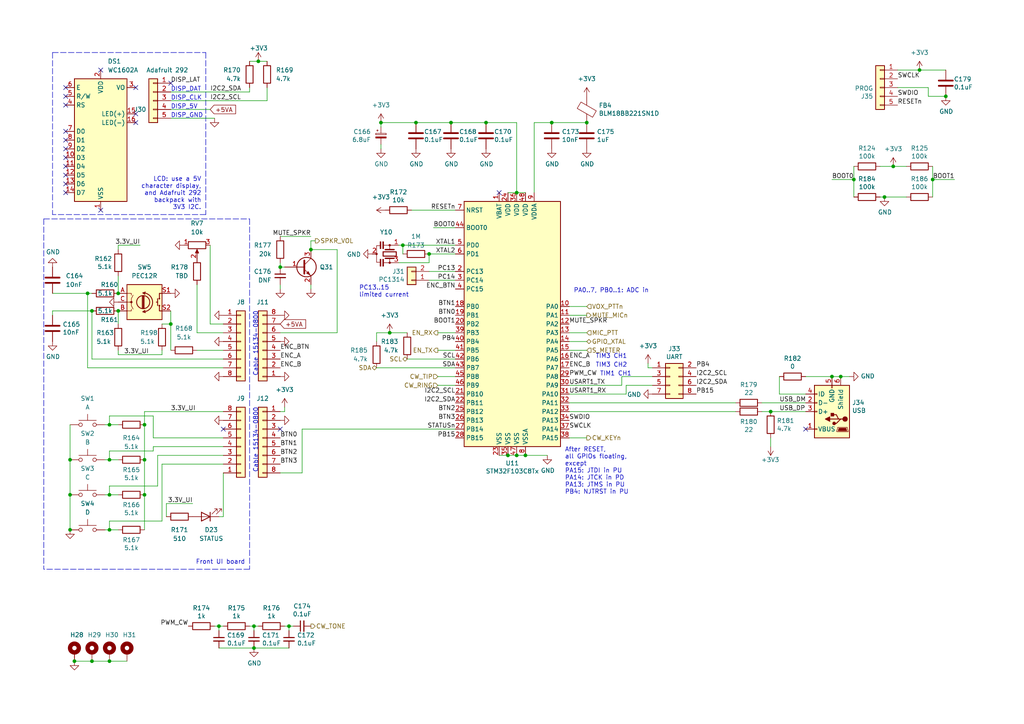
<source format=kicad_sch>
(kicad_sch (version 20211123) (generator eeschema)

  (uuid 5367a494-64b6-4f8c-adca-814c4b88525b)

  (paper "A4")

  (title_block
    (title "DART-70 TRX")
    (date "2023-02-24")
    (rev "0")
    (company "HB9EGM")
    (comment 1 "A 4m Band SSB/CW Transceiver")
    (comment 2 "User interface")
  )

  

  (junction (at 247.65 52.07) (diameter 0) (color 0 0 0 0)
    (uuid 0866ee23-d486-4d3a-a64d-98814c5ef163)
  )
  (junction (at 259.08 48.26) (diameter 0) (color 0 0 0 0)
    (uuid 0a368386-18d2-4ef6-8165-200b72a998f5)
  )
  (junction (at 31.75 153.67) (diameter 0) (color 0 0 0 0)
    (uuid 0f80f31f-72b7-4a12-98d4-1ab91816cb66)
  )
  (junction (at 34.29 85.09) (diameter 0) (color 0 0 0 0)
    (uuid 1276659c-ff14-4940-b214-e27c5bbbd628)
  )
  (junction (at 49.53 93.98) (diameter 0) (color 0 0 0 0)
    (uuid 13067acb-fde6-4e8f-bcd8-36f75030cd64)
  )
  (junction (at 31.75 123.19) (diameter 0) (color 0 0 0 0)
    (uuid 1b4d93c0-b76c-47a2-869f-90d3a6551a1b)
  )
  (junction (at 26.67 90.17) (diameter 0) (color 0 0 0 0)
    (uuid 1d8e009c-7943-40d7-8021-ed1bc658a4c2)
  )
  (junction (at 223.52 119.38) (diameter 0) (color 0 0 0 0)
    (uuid 2a891096-042c-4004-b161-8bd2c0b59fd7)
  )
  (junction (at 266.7 20.32) (diameter 0) (color 0 0 0 0)
    (uuid 3a3e423a-0c3f-40d0-bc24-f2fd6c41cc34)
  )
  (junction (at 149.86 55.88) (diameter 0) (color 0 0 0 0)
    (uuid 3b398e0a-4c10-4dcc-aa1f-5dcd51a576d9)
  )
  (junction (at 20.32 143.51) (diameter 0) (color 0 0 0 0)
    (uuid 3e97b4b6-51fe-4831-8963-04e554d396f4)
  )
  (junction (at 243.84 109.22) (diameter 0) (color 0 0 0 0)
    (uuid 3f43b8cc-e232-4de4-a8bc-56a1a1c0a87a)
  )
  (junction (at 124.46 73.66) (diameter 0) (color 0 0 0 0)
    (uuid 418a0e9c-c95f-4d4a-a88f-ec13faf3303c)
  )
  (junction (at 31.75 133.35) (diameter 0) (color 0 0 0 0)
    (uuid 43b68646-b8ec-4be3-a413-276bb49b62bd)
  )
  (junction (at 130.81 35.56) (diameter 0) (color 0 0 0 0)
    (uuid 463e71c6-e035-4ed0-9a41-c3c9633f2c78)
  )
  (junction (at 90.17 72.39) (diameter 0) (color 0 0 0 0)
    (uuid 4aeb06a7-de87-4606-9e7f-a948ca11c315)
  )
  (junction (at 74.93 17.78) (diameter 0) (color 0 0 0 0)
    (uuid 506b584a-7a0c-4748-9a0a-fd2df4f10b53)
  )
  (junction (at 31.75 191.77) (diameter 0) (color 0 0 0 0)
    (uuid 59cde6dd-9dca-42cc-926a-90d90b278d0e)
  )
  (junction (at 20.32 133.35) (diameter 0) (color 0 0 0 0)
    (uuid 60f9aea0-5552-4cff-adfd-7e3333a6c431)
  )
  (junction (at 256.54 57.15) (diameter 0) (color 0 0 0 0)
    (uuid 6d4ae51e-8ca2-4932-9759-eaa3b5ce6b35)
  )
  (junction (at 149.86 132.08) (diameter 0) (color 0 0 0 0)
    (uuid 70b621b6-45b5-43cb-9683-d589118723d7)
  )
  (junction (at 147.32 132.08) (diameter 0) (color 0 0 0 0)
    (uuid 73e2a101-0bc0-414b-9aa7-7eeb8a3caef1)
  )
  (junction (at 120.65 35.56) (diameter 0) (color 0 0 0 0)
    (uuid 752fa345-d8be-4e99-aad1-e88671f99643)
  )
  (junction (at 160.02 35.56) (diameter 0) (color 0 0 0 0)
    (uuid 77b09fa1-fbbb-49ab-94c4-069660b694ff)
  )
  (junction (at 73.66 187.96) (diameter 0) (color 0 0 0 0)
    (uuid 782b86fa-ef9f-4c16-a991-b44a80f0f0c3)
  )
  (junction (at 110.49 35.56) (diameter 0) (color 0 0 0 0)
    (uuid 7a569be9-30d3-40a6-bcfb-48572e4d943e)
  )
  (junction (at 63.5 181.61) (diameter 0) (color 0 0 0 0)
    (uuid 7efaeda2-e767-44b9-adb2-3a0c3f4d2f1d)
  )
  (junction (at 25.4 85.09) (diameter 0) (color 0 0 0 0)
    (uuid 862cd780-bf4e-4e2e-bb26-0952d83f334b)
  )
  (junction (at 83.82 181.61) (diameter 0) (color 0 0 0 0)
    (uuid 8847e751-6992-4f80-92c5-c3bef4b5dbf6)
  )
  (junction (at 116.84 71.12) (diameter 0) (color 0 0 0 0)
    (uuid 8c497335-9f19-4d8f-81b9-d3f6e5560190)
  )
  (junction (at 241.3 109.22) (diameter 0) (color 0 0 0 0)
    (uuid 9801ccc8-5152-40bb-932d-67072f8cd8ad)
  )
  (junction (at 26.67 191.77) (diameter 0) (color 0 0 0 0)
    (uuid 98560b74-a1df-4f18-9056-9d04ee495b97)
  )
  (junction (at 140.97 35.56) (diameter 0) (color 0 0 0 0)
    (uuid 9cb0289b-897f-4a33-9575-6ead0989832a)
  )
  (junction (at 41.91 133.35) (diameter 0) (color 0 0 0 0)
    (uuid a306cb94-6ff0-43dc-b3ff-609bd041f651)
  )
  (junction (at 270.51 52.07) (diameter 0) (color 0 0 0 0)
    (uuid aa21b640-c66c-4373-8449-938440dd5f1c)
  )
  (junction (at 73.66 181.61) (diameter 0) (color 0 0 0 0)
    (uuid b2ecb88a-4c09-46d5-b24a-de38dbb48f75)
  )
  (junction (at 41.91 143.51) (diameter 0) (color 0 0 0 0)
    (uuid b47512f5-ddb1-4f6a-a01f-993a149ffa47)
  )
  (junction (at 152.4 132.08) (diameter 0) (color 0 0 0 0)
    (uuid b7e9cf10-b74e-4e80-a7f1-e33a29fe56de)
  )
  (junction (at 20.32 153.67) (diameter 0) (color 0 0 0 0)
    (uuid be9a62f2-23dd-41df-91a7-1f4ac377faf3)
  )
  (junction (at 81.28 77.47) (diameter 0) (color 0 0 0 0)
    (uuid c21d43cd-6a5c-49e4-8e47-27ce04de320c)
  )
  (junction (at 34.29 90.17) (diameter 0) (color 0 0 0 0)
    (uuid c2d3f10b-b9a2-4cb9-979d-644e3566b349)
  )
  (junction (at 21.59 191.77) (diameter 0) (color 0 0 0 0)
    (uuid c700ac3f-55c1-4328-ac50-f1d2cfb94ee9)
  )
  (junction (at 41.91 123.19) (diameter 0) (color 0 0 0 0)
    (uuid cc016ca4-b9a4-4d80-91ba-91d6e0df5bcc)
  )
  (junction (at 170.18 35.56) (diameter 0) (color 0 0 0 0)
    (uuid e1640c92-0a7b-4990-ae42-e9436c2a460d)
  )
  (junction (at 31.75 143.51) (diameter 0) (color 0 0 0 0)
    (uuid e4389c4e-c952-4182-9a64-3fb2a72a1786)
  )
  (junction (at 274.32 27.94) (diameter 0) (color 0 0 0 0)
    (uuid ed74c2b7-a3ac-4886-84f5-377b5e1bbbfc)
  )
  (junction (at 113.03 96.52) (diameter 0) (color 0 0 0 0)
    (uuid ff6d9fdb-84d0-4d1c-a636-19102cb32ce0)
  )

  (no_connect (at 19.05 30.48) (uuid 27a098aa-a54a-4603-8a04-fe8def00e684))
  (no_connect (at 19.05 25.4) (uuid 32b8b153-c903-4741-ad0e-f8d9602e50e4))
  (no_connect (at 39.37 33.02) (uuid 342988be-16c5-4d72-82f4-e65b4c5f0a23))
  (no_connect (at 233.68 124.46) (uuid 487ede9d-e4e2-47c1-b417-084ff862638c))
  (no_connect (at 19.05 45.72) (uuid 4f2980f5-7c43-4875-a7d2-8b8b265a1e46))
  (no_connect (at 19.05 40.64) (uuid 5187d1a9-67b2-40c1-a07c-4e0e8a38791d))
  (no_connect (at 39.37 35.56) (uuid 54760758-af89-4a41-a60d-e1b689c5006e))
  (no_connect (at 29.21 20.32) (uuid 5e0f13bf-804a-411e-8f5a-2678db83e4a0))
  (no_connect (at 19.05 38.1) (uuid 657b9520-f4f5-4bbd-96e9-e7037197e3d3))
  (no_connect (at 19.05 53.34) (uuid 68b3df11-6847-4453-820a-85d602ac575b))
  (no_connect (at 19.05 43.18) (uuid 7470b900-3f1e-497f-b369-8aad981a3392))
  (no_connect (at 29.21 60.96) (uuid 94d11b9d-6eb0-4385-9ae1-ddcc32221de4))
  (no_connect (at 64.77 124.46) (uuid 97f1f936-6338-435b-9ef9-aec774f20ae4))
  (no_connect (at 19.05 48.26) (uuid 98bce542-8d71-44ac-8b06-d20ab5e9152b))
  (no_connect (at 19.05 55.88) (uuid 9a013d10-199f-4d04-bd4c-941faf08d324))
  (no_connect (at 144.78 55.88) (uuid b1a7eebe-6925-4250-9db7-8e9e0fa6cd98))
  (no_connect (at 19.05 27.94) (uuid cbf32607-4f05-4315-90ea-7b1ad43a34e7))
  (no_connect (at 81.28 124.46) (uuid cc85f8ed-c988-4cab-b80d-996d4642fae0))
  (no_connect (at 49.53 24.13) (uuid d201603c-e100-4dec-85ec-f4b2f2d1beac))
  (no_connect (at 39.37 25.4) (uuid e52ceaab-2ff4-49eb-abf8-ad8d6eddfba5))
  (no_connect (at 19.05 50.8) (uuid e57a82f1-c1a2-475f-b5ba-dfeed83c5d9b))

  (wire (pts (xy 165.1 119.38) (xy 213.36 119.38))
    (stroke (width 0) (type default) (color 0 0 0 0))
    (uuid 006bc43b-d3a8-4a38-a8dc-5a24da3f9b4d)
  )
  (wire (pts (xy 49.53 26.67) (xy 72.39 26.67))
    (stroke (width 0) (type default) (color 0 0 0 0))
    (uuid 0172fa94-4b7c-4d5e-bde6-27bb171b91e9)
  )
  (wire (pts (xy 63.5 149.86) (xy 64.77 149.86))
    (stroke (width 0) (type default) (color 0 0 0 0))
    (uuid 01bec52d-63c5-49e5-955c-569d1162d97f)
  )
  (wire (pts (xy 34.29 71.12) (xy 40.64 71.12))
    (stroke (width 0) (type default) (color 0 0 0 0))
    (uuid 0242d9ef-e4f8-46fc-9a77-e91737006838)
  )
  (wire (pts (xy 60.96 71.12) (xy 60.96 93.98))
    (stroke (width 0) (type default) (color 0 0 0 0))
    (uuid 02f4b20d-c9a8-4969-8fae-b3557e58a4d5)
  )
  (wire (pts (xy 34.29 93.98) (xy 34.29 90.17))
    (stroke (width 0) (type default) (color 0 0 0 0))
    (uuid 035870a0-33fd-4542-9093-58d01a043d61)
  )
  (wire (pts (xy 119.38 60.96) (xy 132.08 60.96))
    (stroke (width 0) (type default) (color 0 0 0 0))
    (uuid 0454b0ed-4e94-46b1-9058-7210ddee62e4)
  )
  (wire (pts (xy 34.29 101.6) (xy 34.29 102.87))
    (stroke (width 0) (type default) (color 0 0 0 0))
    (uuid 075e8b22-aaf4-4757-89b3-6249642534f1)
  )
  (wire (pts (xy 170.18 127) (xy 165.1 127))
    (stroke (width 0) (type default) (color 0 0 0 0))
    (uuid 092bd70b-48e0-45b7-9940-021b2d382881)
  )
  (wire (pts (xy 44.45 120.65) (xy 31.75 120.65))
    (stroke (width 0) (type default) (color 0 0 0 0))
    (uuid 09f2736c-9021-4d8c-8548-ee1072a97795)
  )
  (wire (pts (xy 165.1 88.9) (xy 170.18 88.9))
    (stroke (width 0) (type default) (color 0 0 0 0))
    (uuid 09f67069-9731-43ad-9896-f538c04ef5ba)
  )
  (wire (pts (xy 15.24 91.44) (xy 15.24 90.17))
    (stroke (width 0) (type default) (color 0 0 0 0))
    (uuid 1021e01a-7480-4604-9b82-a8d70899e83d)
  )
  (wire (pts (xy 34.29 133.35) (xy 31.75 133.35))
    (stroke (width 0) (type default) (color 0 0 0 0))
    (uuid 10acd6cf-9aa0-464b-9051-98ec9eb1cee0)
  )
  (wire (pts (xy 48.26 146.05) (xy 55.88 146.05))
    (stroke (width 0) (type default) (color 0 0 0 0))
    (uuid 11719fed-d88d-4530-9c26-831b28b31b78)
  )
  (wire (pts (xy 64.77 132.08) (xy 45.72 132.08))
    (stroke (width 0) (type default) (color 0 0 0 0))
    (uuid 117ea635-ba04-4738-95f8-db64471b3c10)
  )
  (wire (pts (xy 165.1 116.84) (xy 213.36 116.84))
    (stroke (width 0) (type default) (color 0 0 0 0))
    (uuid 11b49d13-b047-4242-be65-9a9b1c80ec58)
  )
  (wire (pts (xy 127 101.6) (xy 132.08 101.6))
    (stroke (width 0) (type default) (color 0 0 0 0))
    (uuid 1627b889-41c1-4638-81bb-2059620a165d)
  )
  (wire (pts (xy 127 111.76) (xy 132.08 111.76))
    (stroke (width 0) (type default) (color 0 0 0 0))
    (uuid 166aacf9-9169-4bbe-a203-0c1180fa7c79)
  )
  (wire (pts (xy 266.7 20.32) (xy 274.32 20.32))
    (stroke (width 0) (type default) (color 0 0 0 0))
    (uuid 183d445a-de65-4a66-9059-9ba25be6a94a)
  )
  (wire (pts (xy 21.59 191.77) (xy 26.67 191.77))
    (stroke (width 0) (type default) (color 0 0 0 0))
    (uuid 1998e0d6-130d-4ba8-96ae-888a1f6e3081)
  )
  (wire (pts (xy 110.49 41.91) (xy 110.49 43.18))
    (stroke (width 0) (type default) (color 0 0 0 0))
    (uuid 1a795a6f-1bc6-41fb-82d7-5ae528094d84)
  )
  (wire (pts (xy 270.51 52.07) (xy 276.86 52.07))
    (stroke (width 0) (type default) (color 0 0 0 0))
    (uuid 1aa1dab1-f1aa-419d-8e2b-8cd33b1239aa)
  )
  (wire (pts (xy 90.17 69.85) (xy 91.44 69.85))
    (stroke (width 0) (type default) (color 0 0 0 0))
    (uuid 1d79b872-4247-447b-8107-559d53ddd5a5)
  )
  (wire (pts (xy 130.81 35.56) (xy 140.97 35.56))
    (stroke (width 0) (type default) (color 0 0 0 0))
    (uuid 2330a65f-a667-4564-b2ea-fd267508069a)
  )
  (wire (pts (xy 260.35 20.32) (xy 266.7 20.32))
    (stroke (width 0) (type default) (color 0 0 0 0))
    (uuid 23425199-2ac8-404e-b295-8bb0276f526e)
  )
  (wire (pts (xy 189.23 111.76) (xy 181.61 111.76))
    (stroke (width 0) (type default) (color 0 0 0 0))
    (uuid 238ce6dc-0557-409a-ab04-93448fccaac4)
  )
  (wire (pts (xy 160.02 35.56) (xy 154.94 35.56))
    (stroke (width 0) (type default) (color 0 0 0 0))
    (uuid 23d269d6-d694-442a-bf5d-98bf3544fc31)
  )
  (wire (pts (xy 269.24 25.4) (xy 269.24 27.94))
    (stroke (width 0) (type default) (color 0 0 0 0))
    (uuid 2480dd87-1dff-4a50-81a2-52ef161ac45c)
  )
  (wire (pts (xy 259.08 48.26) (xy 262.89 48.26))
    (stroke (width 0) (type default) (color 0 0 0 0))
    (uuid 24884ea9-449f-44bf-b800-4ed7c93ce21e)
  )
  (wire (pts (xy 63.5 181.61) (xy 63.5 182.88))
    (stroke (width 0) (type default) (color 0 0 0 0))
    (uuid 251435cb-df17-46ab-aac4-3d24ccac8db0)
  )
  (wire (pts (xy 109.22 106.68) (xy 132.08 106.68))
    (stroke (width 0) (type default) (color 0 0 0 0))
    (uuid 25892d42-97fc-44a1-b3ba-aeb16f99fc18)
  )
  (wire (pts (xy 223.52 119.38) (xy 233.68 119.38))
    (stroke (width 0) (type default) (color 0 0 0 0))
    (uuid 25ada721-670a-4020-ae0b-77410c4e375a)
  )
  (polyline (pts (xy 12.7 63.5) (xy 12.7 165.1))
    (stroke (width 0) (type default) (color 0 0 0 0))
    (uuid 2713b852-bf79-44b8-86d7-5e0782348c75)
  )

  (wire (pts (xy 34.29 123.19) (xy 31.75 123.19))
    (stroke (width 0) (type default) (color 0 0 0 0))
    (uuid 2965eaa9-5c83-4078-a673-05e36103f2d1)
  )
  (wire (pts (xy 26.67 104.14) (xy 64.77 104.14))
    (stroke (width 0) (type default) (color 0 0 0 0))
    (uuid 2b7ff33a-ec1c-46d5-8b84-ce602b213971)
  )
  (wire (pts (xy 127 109.22) (xy 132.08 109.22))
    (stroke (width 0) (type default) (color 0 0 0 0))
    (uuid 2bd08fdd-e559-4112-af36-bdef9848d0a6)
  )
  (wire (pts (xy 81.28 96.52) (xy 97.79 96.52))
    (stroke (width 0) (type default) (color 0 0 0 0))
    (uuid 2c6ad630-243d-427a-a5cf-bdab2e7e3ca0)
  )
  (wire (pts (xy 64.77 134.62) (xy 46.99 134.62))
    (stroke (width 0) (type default) (color 0 0 0 0))
    (uuid 2e004af1-24c2-4d3f-9cdf-8ffccd65096d)
  )
  (wire (pts (xy 57.15 82.55) (xy 57.15 96.52))
    (stroke (width 0) (type default) (color 0 0 0 0))
    (uuid 34bc620a-9d77-48b4-909a-ab4e80c66d2f)
  )
  (polyline (pts (xy 59.69 15.24) (xy 59.69 62.23))
    (stroke (width 0) (type default) (color 0 0 0 0))
    (uuid 36dbbb14-ed77-4633-af35-90660d2143f3)
  )

  (wire (pts (xy 120.65 35.56) (xy 130.81 35.56))
    (stroke (width 0) (type default) (color 0 0 0 0))
    (uuid 37e843e9-2538-4a91-9a9b-f536fa0a9e84)
  )
  (wire (pts (xy 64.77 127) (xy 44.45 127))
    (stroke (width 0) (type default) (color 0 0 0 0))
    (uuid 38d4be64-e2ca-4c77-8402-c0bcde2a8985)
  )
  (wire (pts (xy 247.65 52.07) (xy 247.65 57.15))
    (stroke (width 0) (type default) (color 0 0 0 0))
    (uuid 39fc171f-22e1-4125-a6fb-074be0f89972)
  )
  (wire (pts (xy 110.49 35.56) (xy 120.65 35.56))
    (stroke (width 0) (type default) (color 0 0 0 0))
    (uuid 3a013e8f-5b12-499b-8d2d-0ad49966db1a)
  )
  (wire (pts (xy 83.82 182.88) (xy 83.82 181.61))
    (stroke (width 0) (type default) (color 0 0 0 0))
    (uuid 3d927ca0-f4ad-42ab-b902-dfef8d84eebb)
  )
  (wire (pts (xy 270.51 52.07) (xy 270.51 57.15))
    (stroke (width 0) (type default) (color 0 0 0 0))
    (uuid 3ecb97a2-d71c-4514-8aef-66aafaac321d)
  )
  (wire (pts (xy 31.75 151.13) (xy 31.75 153.67))
    (stroke (width 0) (type default) (color 0 0 0 0))
    (uuid 3ecfdc85-ccb3-4449-a7de-24b5b9ff8623)
  )
  (wire (pts (xy 73.66 187.96) (xy 83.82 187.96))
    (stroke (width 0) (type default) (color 0 0 0 0))
    (uuid 3fc3a397-ec3a-4314-aa6a-44925ef4cbbe)
  )
  (polyline (pts (xy 15.24 15.24) (xy 59.69 15.24))
    (stroke (width 0) (type default) (color 0 0 0 0))
    (uuid 437ebe18-8f4c-4d60-9ade-e76424d17726)
  )

  (wire (pts (xy 83.82 181.61) (xy 85.09 181.61))
    (stroke (width 0) (type default) (color 0 0 0 0))
    (uuid 4736f749-4a0e-4a05-b1aa-d51f1c3fc23d)
  )
  (wire (pts (xy 160.02 35.56) (xy 170.18 35.56))
    (stroke (width 0) (type default) (color 0 0 0 0))
    (uuid 4829bee0-faa8-43f7-b2d7-8a6e5d1b3050)
  )
  (wire (pts (xy 34.29 80.01) (xy 34.29 85.09))
    (stroke (width 0) (type default) (color 0 0 0 0))
    (uuid 487cb37f-32e1-4fcc-b649-1ddd891984c5)
  )
  (wire (pts (xy 34.29 72.39) (xy 34.29 71.12))
    (stroke (width 0) (type default) (color 0 0 0 0))
    (uuid 4ac2ebce-bb4e-40ee-8aab-660b525d546b)
  )
  (wire (pts (xy 124.46 78.74) (xy 132.08 78.74))
    (stroke (width 0) (type default) (color 0 0 0 0))
    (uuid 4cd135a5-fdd1-4851-864a-dadf7c96d9ff)
  )
  (wire (pts (xy 20.32 123.19) (xy 20.32 133.35))
    (stroke (width 0) (type default) (color 0 0 0 0))
    (uuid 4d43e674-c1c0-4e11-b129-01108db367aa)
  )
  (wire (pts (xy 260.35 25.4) (xy 269.24 25.4))
    (stroke (width 0) (type default) (color 0 0 0 0))
    (uuid 4f69bb40-cbf2-45c5-8c23-3e0667e1f6c1)
  )
  (wire (pts (xy 165.1 114.3) (xy 181.61 114.3))
    (stroke (width 0) (type default) (color 0 0 0 0))
    (uuid 500298f6-b9ed-4e53-bde6-024545f1a90a)
  )
  (wire (pts (xy 44.45 129.54) (xy 44.45 130.81))
    (stroke (width 0) (type default) (color 0 0 0 0))
    (uuid 5340b604-f44f-4b11-a6bf-532ca4d65b6f)
  )
  (wire (pts (xy 165.1 99.06) (xy 170.18 99.06))
    (stroke (width 0) (type default) (color 0 0 0 0))
    (uuid 53b642b8-d876-4cba-97a5-d4c9c528a2c5)
  )
  (wire (pts (xy 74.93 17.78) (xy 72.39 17.78))
    (stroke (width 0) (type default) (color 0 0 0 0))
    (uuid 5650bed6-fa0f-4e0e-bc2c-475445b4cde8)
  )
  (wire (pts (xy 64.77 101.6) (xy 57.15 101.6))
    (stroke (width 0) (type default) (color 0 0 0 0))
    (uuid 58839379-e082-4fb4-906e-c6877a462c18)
  )
  (wire (pts (xy 34.29 143.51) (xy 31.75 143.51))
    (stroke (width 0) (type default) (color 0 0 0 0))
    (uuid 595e8034-8a59-4a5c-b366-f8604d8aa4da)
  )
  (wire (pts (xy 247.65 48.26) (xy 247.65 52.07))
    (stroke (width 0) (type default) (color 0 0 0 0))
    (uuid 5af71f61-4c88-4f07-8375-dac3a2ef186d)
  )
  (wire (pts (xy 110.49 35.56) (xy 110.49 36.83))
    (stroke (width 0) (type default) (color 0 0 0 0))
    (uuid 5e8f43a4-e869-473e-b093-0ec79ea19580)
  )
  (wire (pts (xy 226.06 114.3) (xy 233.68 114.3))
    (stroke (width 0) (type default) (color 0 0 0 0))
    (uuid 5f48357f-c353-4808-811f-74ed7ffaa7c6)
  )
  (wire (pts (xy 269.24 27.94) (xy 274.32 27.94))
    (stroke (width 0) (type default) (color 0 0 0 0))
    (uuid 61b6f2c4-b226-47d6-bbd8-9d67fcaf35c3)
  )
  (wire (pts (xy 256.54 57.15) (xy 262.89 57.15))
    (stroke (width 0) (type default) (color 0 0 0 0))
    (uuid 61e795c9-5bb5-48b3-b7a0-cb64f04c7adc)
  )
  (wire (pts (xy 49.53 101.6) (xy 49.53 93.98))
    (stroke (width 0) (type default) (color 0 0 0 0))
    (uuid 62bb59d5-9173-4472-8052-d1f9b5eb8ddd)
  )
  (wire (pts (xy 48.26 146.05) (xy 48.26 149.86))
    (stroke (width 0) (type default) (color 0 0 0 0))
    (uuid 653c064d-2952-4357-b6d2-6994eafa06e3)
  )
  (wire (pts (xy 34.29 153.67) (xy 31.75 153.67))
    (stroke (width 0) (type default) (color 0 0 0 0))
    (uuid 66d98295-60ac-4b7d-a181-3284b2b387bc)
  )
  (wire (pts (xy 124.46 76.2) (xy 124.46 73.66))
    (stroke (width 0) (type default) (color 0 0 0 0))
    (uuid 677a1070-c11b-49a9-8186-12e0a3e880b1)
  )
  (wire (pts (xy 77.47 29.21) (xy 77.47 25.4))
    (stroke (width 0) (type default) (color 0 0 0 0))
    (uuid 679e5b0e-a017-43d8-8845-79a886253d82)
  )
  (wire (pts (xy 26.67 191.77) (xy 31.75 191.77))
    (stroke (width 0) (type default) (color 0 0 0 0))
    (uuid 67a7995e-8784-42ca-a88d-2917f425f1b7)
  )
  (polyline (pts (xy 15.24 15.24) (xy 15.24 62.23))
    (stroke (width 0) (type default) (color 0 0 0 0))
    (uuid 6c1a4ff4-84d5-4723-9271-598658bada11)
  )

  (wire (pts (xy 165.1 111.76) (xy 180.34 111.76))
    (stroke (width 0) (type default) (color 0 0 0 0))
    (uuid 6f75ea3e-6135-44f5-9313-1aad839ab6f6)
  )
  (wire (pts (xy 49.53 93.98) (xy 49.53 90.17))
    (stroke (width 0) (type default) (color 0 0 0 0))
    (uuid 6fdaf790-6595-4496-8ecc-66a8fce05a7e)
  )
  (wire (pts (xy 31.75 153.67) (xy 30.48 153.67))
    (stroke (width 0) (type default) (color 0 0 0 0))
    (uuid 7015e2a0-a2e3-4f1d-a3b4-6e3232db9600)
  )
  (wire (pts (xy 74.93 17.78) (xy 77.47 17.78))
    (stroke (width 0) (type default) (color 0 0 0 0))
    (uuid 70fbc14f-75ce-4a72-aeed-887f01f7e9b7)
  )
  (wire (pts (xy 62.23 181.61) (xy 63.5 181.61))
    (stroke (width 0) (type default) (color 0 0 0 0))
    (uuid 742f6656-c86d-41c0-937e-ef6ded3bd482)
  )
  (wire (pts (xy 82.55 119.38) (xy 81.28 119.38))
    (stroke (width 0) (type default) (color 0 0 0 0))
    (uuid 759cc877-c951-4232-8801-84944e2711e0)
  )
  (wire (pts (xy 223.52 119.38) (xy 220.98 119.38))
    (stroke (width 0) (type default) (color 0 0 0 0))
    (uuid 771145ed-2e00-4172-ac95-37a36c6a35ce)
  )
  (wire (pts (xy 31.75 143.51) (xy 30.48 143.51))
    (stroke (width 0) (type default) (color 0 0 0 0))
    (uuid 79e9b764-7934-4c55-bbe2-66da90857ed4)
  )
  (wire (pts (xy 140.97 35.56) (xy 149.86 35.56))
    (stroke (width 0) (type default) (color 0 0 0 0))
    (uuid 7c1fd6fc-5c53-4ccb-a456-46fe6fc0bc71)
  )
  (wire (pts (xy 34.29 102.87) (xy 46.99 102.87))
    (stroke (width 0) (type default) (color 0 0 0 0))
    (uuid 7d0bbe80-0957-4d01-9233-f16ef102a13b)
  )
  (wire (pts (xy 82.55 181.61) (xy 83.82 181.61))
    (stroke (width 0) (type default) (color 0 0 0 0))
    (uuid 7d512d14-3ca4-4934-b506-eb07d268c7dc)
  )
  (wire (pts (xy 255.27 48.26) (xy 259.08 48.26))
    (stroke (width 0) (type default) (color 0 0 0 0))
    (uuid 7dd55760-37b2-4d89-b4f0-9a6e2271c608)
  )
  (wire (pts (xy 49.53 31.75) (xy 60.96 31.75))
    (stroke (width 0) (type default) (color 0 0 0 0))
    (uuid 7dea5b06-9728-4946-ac18-76df3b51d33b)
  )
  (wire (pts (xy 147.32 132.08) (xy 144.78 132.08))
    (stroke (width 0) (type default) (color 0 0 0 0))
    (uuid 7f2c9904-545b-4337-acd6-8707e0924818)
  )
  (wire (pts (xy 31.75 120.65) (xy 31.75 123.19))
    (stroke (width 0) (type default) (color 0 0 0 0))
    (uuid 7f70a162-654d-4a57-bc5d-a31cdfbe16ab)
  )
  (wire (pts (xy 243.84 109.22) (xy 241.3 109.22))
    (stroke (width 0) (type default) (color 0 0 0 0))
    (uuid 7fa098fb-b644-4e64-920e-8328b5d12f21)
  )
  (wire (pts (xy 270.51 48.26) (xy 270.51 52.07))
    (stroke (width 0) (type default) (color 0 0 0 0))
    (uuid 81d49193-5849-4589-9095-80c5e3a0c2bb)
  )
  (wire (pts (xy 41.91 133.35) (xy 41.91 123.19))
    (stroke (width 0) (type default) (color 0 0 0 0))
    (uuid 83b77b4d-dcc2-4e93-a5f3-1d1480646393)
  )
  (wire (pts (xy 82.55 118.11) (xy 82.55 119.38))
    (stroke (width 0) (type default) (color 0 0 0 0))
    (uuid 8531137a-1a8b-4272-8a2a-21ebe15116a8)
  )
  (wire (pts (xy 255.27 57.15) (xy 256.54 57.15))
    (stroke (width 0) (type default) (color 0 0 0 0))
    (uuid 875404be-e359-458a-af29-1bd3403dd55f)
  )
  (wire (pts (xy 170.18 96.52) (xy 165.1 96.52))
    (stroke (width 0) (type default) (color 0 0 0 0))
    (uuid 8916cfb5-5541-43a9-8e0e-951b776d485c)
  )
  (wire (pts (xy 90.17 69.85) (xy 90.17 72.39))
    (stroke (width 0) (type default) (color 0 0 0 0))
    (uuid 8c018d47-5ab9-4aea-a37a-71038b398265)
  )
  (wire (pts (xy 64.77 129.54) (xy 44.45 129.54))
    (stroke (width 0) (type default) (color 0 0 0 0))
    (uuid 8cad3c76-9d14-47b0-af16-b1d45fb7e210)
  )
  (wire (pts (xy 25.4 85.09) (xy 25.4 106.68))
    (stroke (width 0) (type default) (color 0 0 0 0))
    (uuid 8cc76f91-ded4-40ee-b697-880b3a291e2e)
  )
  (wire (pts (xy 20.32 143.51) (xy 20.32 153.67))
    (stroke (width 0) (type default) (color 0 0 0 0))
    (uuid 8d760ab7-cb5d-426a-b4aa-fb7e0964cb41)
  )
  (wire (pts (xy 113.03 96.52) (xy 118.11 96.52))
    (stroke (width 0) (type default) (color 0 0 0 0))
    (uuid 8eee2ea4-1445-45c5-abf0-47f99f0cf976)
  )
  (wire (pts (xy 73.66 181.61) (xy 74.93 181.61))
    (stroke (width 0) (type default) (color 0 0 0 0))
    (uuid 9004cee7-358e-4c08-9d64-a05f28a4e7b6)
  )
  (wire (pts (xy 15.24 85.09) (xy 25.4 85.09))
    (stroke (width 0) (type default) (color 0 0 0 0))
    (uuid 901dc96c-698d-427d-880a-ee46536a481f)
  )
  (wire (pts (xy 81.28 77.47) (xy 82.55 77.47))
    (stroke (width 0) (type default) (color 0 0 0 0))
    (uuid 91b93633-9d4a-4170-b7ca-34e2d5aedb1e)
  )
  (wire (pts (xy 124.46 73.66) (xy 132.08 73.66))
    (stroke (width 0) (type default) (color 0 0 0 0))
    (uuid 92cf4db4-2dba-4763-9cd8-3c7f8aff8f24)
  )
  (wire (pts (xy 124.46 76.2) (xy 115.57 76.2))
    (stroke (width 0) (type default) (color 0 0 0 0))
    (uuid 93b580d1-c2df-48c4-9d06-465ca9d3eebc)
  )
  (wire (pts (xy 31.75 130.81) (xy 31.75 133.35))
    (stroke (width 0) (type default) (color 0 0 0 0))
    (uuid 93da3a85-5fda-48d7-be90-2ac97d347c10)
  )
  (wire (pts (xy 31.75 133.35) (xy 30.48 133.35))
    (stroke (width 0) (type default) (color 0 0 0 0))
    (uuid 9a54de37-9a36-4361-8f2a-998faf1c0711)
  )
  (wire (pts (xy 87.63 124.46) (xy 132.08 124.46))
    (stroke (width 0) (type default) (color 0 0 0 0))
    (uuid 9c00f763-4387-4dca-9d2a-687600fcbd31)
  )
  (wire (pts (xy 220.98 116.84) (xy 233.68 116.84))
    (stroke (width 0) (type default) (color 0 0 0 0))
    (uuid 9f7324c5-50a2-442c-8a80-edf04aa2b2ac)
  )
  (wire (pts (xy 26.67 90.17) (xy 26.67 104.14))
    (stroke (width 0) (type default) (color 0 0 0 0))
    (uuid a17a454c-d5db-41e2-aad7-bb23416d3abb)
  )
  (wire (pts (xy 46.99 93.98) (xy 49.53 93.98))
    (stroke (width 0) (type default) (color 0 0 0 0))
    (uuid a1c9f66a-0fa1-46bb-9bd5-47e853da8b3b)
  )
  (wire (pts (xy 149.86 55.88) (xy 147.32 55.88))
    (stroke (width 0) (type default) (color 0 0 0 0))
    (uuid a32fe8ab-5810-40f6-8eab-48332c0ee5a0)
  )
  (wire (pts (xy 81.28 83.82) (xy 81.28 82.55))
    (stroke (width 0) (type default) (color 0 0 0 0))
    (uuid a6772870-a42e-49f8-bd4d-a35118c5fb87)
  )
  (wire (pts (xy 31.75 123.19) (xy 30.48 123.19))
    (stroke (width 0) (type default) (color 0 0 0 0))
    (uuid a8ec01c3-5395-47fc-8245-52f53884ef0c)
  )
  (wire (pts (xy 124.46 81.28) (xy 132.08 81.28))
    (stroke (width 0) (type default) (color 0 0 0 0))
    (uuid ab5db7e5-9de7-449f-b70b-9d0dd610b10b)
  )
  (wire (pts (xy 116.84 73.66) (xy 116.84 71.12))
    (stroke (width 0) (type default) (color 0 0 0 0))
    (uuid ac5a5c45-797a-4bbe-bfd5-5ce5a8aa3463)
  )
  (wire (pts (xy 109.22 99.06) (xy 109.22 96.52))
    (stroke (width 0) (type default) (color 0 0 0 0))
    (uuid acc086a0-e4a1-477e-a665-53709bdb472e)
  )
  (wire (pts (xy 81.28 76.2) (xy 81.28 77.47))
    (stroke (width 0) (type default) (color 0 0 0 0))
    (uuid ae0da676-b905-4af3-8d1e-af49105ca29d)
  )
  (wire (pts (xy 46.99 151.13) (xy 31.75 151.13))
    (stroke (width 0) (type default) (color 0 0 0 0))
    (uuid ae15e328-ecca-4103-8937-cab586d25863)
  )
  (wire (pts (xy 187.96 106.68) (xy 187.96 105.41))
    (stroke (width 0) (type default) (color 0 0 0 0))
    (uuid b02e051f-3ad1-4d09-a486-11f02dd3200d)
  )
  (wire (pts (xy 152.4 132.08) (xy 149.86 132.08))
    (stroke (width 0) (type default) (color 0 0 0 0))
    (uuid b05af61d-3c1d-44cf-aea2-61fd169c9d1a)
  )
  (wire (pts (xy 31.75 191.77) (xy 36.83 191.77))
    (stroke (width 0) (type default) (color 0 0 0 0))
    (uuid b28ba5b1-54d9-4597-94a4-3b5c7b5bab1e)
  )
  (wire (pts (xy 149.86 35.56) (xy 149.86 55.88))
    (stroke (width 0) (type default) (color 0 0 0 0))
    (uuid b3eebb03-af8c-48e8-a7d9-5ec3741206fa)
  )
  (polyline (pts (xy 72.39 63.5) (xy 72.39 165.1))
    (stroke (width 0) (type default) (color 0 0 0 0))
    (uuid b7352d31-f539-445c-ba3f-fbc1562b3d46)
  )

  (wire (pts (xy 181.61 111.76) (xy 181.61 114.3))
    (stroke (width 0) (type default) (color 0 0 0 0))
    (uuid b9fce689-53c2-4275-98d8-2c8da9bd740a)
  )
  (wire (pts (xy 116.84 71.12) (xy 115.57 71.12))
    (stroke (width 0) (type default) (color 0 0 0 0))
    (uuid ba80136a-34d0-4a97-a9c9-c43ab3f7be6e)
  )
  (wire (pts (xy 97.79 96.52) (xy 97.79 72.39))
    (stroke (width 0) (type default) (color 0 0 0 0))
    (uuid baa5fb47-0080-48ce-a6eb-0a22f840580d)
  )
  (wire (pts (xy 152.4 55.88) (xy 149.86 55.88))
    (stroke (width 0) (type default) (color 0 0 0 0))
    (uuid bade9875-e59b-4d52-b529-c48d7c265fc4)
  )
  (wire (pts (xy 81.28 137.16) (xy 87.63 137.16))
    (stroke (width 0) (type default) (color 0 0 0 0))
    (uuid bb740424-d759-4423-b2a5-0258d69ff2b8)
  )
  (wire (pts (xy 49.53 29.21) (xy 77.47 29.21))
    (stroke (width 0) (type default) (color 0 0 0 0))
    (uuid bc913ca4-9065-43d2-9d7f-c7073d14811d)
  )
  (wire (pts (xy 170.18 101.6) (xy 165.1 101.6))
    (stroke (width 0) (type default) (color 0 0 0 0))
    (uuid bcb9de97-da39-48c2-ba62-52171a3a19f8)
  )
  (wire (pts (xy 64.77 93.98) (xy 60.96 93.98))
    (stroke (width 0) (type default) (color 0 0 0 0))
    (uuid bcc6231b-fada-4e7b-994f-501a10edaac4)
  )
  (wire (pts (xy 118.11 104.14) (xy 132.08 104.14))
    (stroke (width 0) (type default) (color 0 0 0 0))
    (uuid bd09b87f-3171-467c-9c1b-9b264cb5811f)
  )
  (wire (pts (xy 45.72 132.08) (xy 45.72 140.97))
    (stroke (width 0) (type default) (color 0 0 0 0))
    (uuid bdc362f0-8353-4b85-a2e5-77a124b70e3e)
  )
  (wire (pts (xy 90.17 83.82) (xy 90.17 82.55))
    (stroke (width 0) (type default) (color 0 0 0 0))
    (uuid be3969cd-6eb6-46db-b717-5a91b206baa1)
  )
  (wire (pts (xy 46.99 134.62) (xy 46.99 151.13))
    (stroke (width 0) (type default) (color 0 0 0 0))
    (uuid bff5a479-d653-4ef3-9142-cd1c60af5e4c)
  )
  (wire (pts (xy 87.63 137.16) (xy 87.63 124.46))
    (stroke (width 0) (type default) (color 0 0 0 0))
    (uuid c11bad5b-a36f-48f7-a423-b6938509b64c)
  )
  (wire (pts (xy 25.4 85.09) (xy 26.67 85.09))
    (stroke (width 0) (type default) (color 0 0 0 0))
    (uuid c3bf758f-2f4a-44b5-89bd-399138aded84)
  )
  (wire (pts (xy 109.22 96.52) (xy 113.03 96.52))
    (stroke (width 0) (type default) (color 0 0 0 0))
    (uuid c4f64510-07d5-4ae3-902b-5d0e59c44376)
  )
  (wire (pts (xy 180.34 109.22) (xy 189.23 109.22))
    (stroke (width 0) (type default) (color 0 0 0 0))
    (uuid ca0eab8e-e3fd-464d-bb03-d1603b8a651b)
  )
  (wire (pts (xy 72.39 26.67) (xy 72.39 25.4))
    (stroke (width 0) (type default) (color 0 0 0 0))
    (uuid cf02db11-2ff8-4f79-b3e9-9802575ab786)
  )
  (polyline (pts (xy 72.39 165.1) (xy 12.7 165.1))
    (stroke (width 0) (type default) (color 0 0 0 0))
    (uuid d1139c2e-c886-424c-a875-a1901610c4d7)
  )

  (wire (pts (xy 154.94 35.56) (xy 154.94 55.88))
    (stroke (width 0) (type default) (color 0 0 0 0))
    (uuid d1ea7795-8403-4edb-b959-1b29f77ed16f)
  )
  (wire (pts (xy 26.67 90.17) (xy 15.24 90.17))
    (stroke (width 0) (type default) (color 0 0 0 0))
    (uuid d4d81f67-fac4-4771-8b7d-f2089683330d)
  )
  (wire (pts (xy 73.66 182.88) (xy 73.66 181.61))
    (stroke (width 0) (type default) (color 0 0 0 0))
    (uuid d8ebdeb0-2bbd-4a1b-a259-f95c97f44cbe)
  )
  (wire (pts (xy 72.39 181.61) (xy 73.66 181.61))
    (stroke (width 0) (type default) (color 0 0 0 0))
    (uuid dacfc6b2-f197-4446-86ee-d141533404be)
  )
  (wire (pts (xy 97.79 72.39) (xy 90.17 72.39))
    (stroke (width 0) (type default) (color 0 0 0 0))
    (uuid db2d81f3-23da-41d4-9b62-2e8fe838cf89)
  )
  (wire (pts (xy 246.38 109.22) (xy 243.84 109.22))
    (stroke (width 0) (type default) (color 0 0 0 0))
    (uuid dba4ad5b-8704-4fc8-9247-b9c4709cf1cf)
  )
  (wire (pts (xy 46.99 101.6) (xy 46.99 102.87))
    (stroke (width 0) (type default) (color 0 0 0 0))
    (uuid dbe966b7-402e-466d-8903-8d56ad410940)
  )
  (wire (pts (xy 49.53 34.29) (xy 62.23 34.29))
    (stroke (width 0) (type default) (color 0 0 0 0))
    (uuid dc2567a8-f67d-423b-a6b0-f3bf10022eef)
  )
  (wire (pts (xy 132.08 71.12) (xy 116.84 71.12))
    (stroke (width 0) (type default) (color 0 0 0 0))
    (uuid dcbc5a2e-2561-4663-8736-09acc9fe0209)
  )
  (wire (pts (xy 63.5 187.96) (xy 73.66 187.96))
    (stroke (width 0) (type default) (color 0 0 0 0))
    (uuid ddcf9a83-0126-4df6-88fa-3363d508d3a6)
  )
  (wire (pts (xy 189.23 106.68) (xy 187.96 106.68))
    (stroke (width 0) (type default) (color 0 0 0 0))
    (uuid deadb616-b4aa-444c-a56e-5704f773e34d)
  )
  (wire (pts (xy 45.72 140.97) (xy 31.75 140.97))
    (stroke (width 0) (type default) (color 0 0 0 0))
    (uuid dece3cbd-7376-4a8b-8f30-175b2548ec21)
  )
  (wire (pts (xy 44.45 130.81) (xy 31.75 130.81))
    (stroke (width 0) (type default) (color 0 0 0 0))
    (uuid df1810e4-d2b1-4c4a-a469-1d3279013048)
  )
  (polyline (pts (xy 12.7 63.5) (xy 72.39 63.5))
    (stroke (width 0) (type default) (color 0 0 0 0))
    (uuid e1153486-162b-4507-b81c-3c8ab418a121)
  )

  (wire (pts (xy 158.75 132.08) (xy 152.4 132.08))
    (stroke (width 0) (type default) (color 0 0 0 0))
    (uuid e382fedc-c868-44fd-9740-47cc05b15c1c)
  )
  (wire (pts (xy 170.18 91.44) (xy 165.1 91.44))
    (stroke (width 0) (type default) (color 0 0 0 0))
    (uuid e4a40ea1-de8c-4913-8d95-0a86c0054fcc)
  )
  (wire (pts (xy 226.06 109.22) (xy 226.06 114.3))
    (stroke (width 0) (type default) (color 0 0 0 0))
    (uuid e584287a-6232-40cf-a082-8dea5986b945)
  )
  (wire (pts (xy 63.5 181.61) (xy 64.77 181.61))
    (stroke (width 0) (type default) (color 0 0 0 0))
    (uuid e68fac9b-3de3-4acb-9bb0-3dee3685df22)
  )
  (wire (pts (xy 180.34 111.76) (xy 180.34 109.22))
    (stroke (width 0) (type default) (color 0 0 0 0))
    (uuid e7130644-c4ae-4f9d-997d-5b4fa9d09578)
  )
  (wire (pts (xy 127 96.52) (xy 132.08 96.52))
    (stroke (width 0) (type default) (color 0 0 0 0))
    (uuid e719e133-06c8-48a5-8b34-3a33eec285a2)
  )
  (polyline (pts (xy 59.69 62.23) (xy 15.24 62.23))
    (stroke (width 0) (type default) (color 0 0 0 0))
    (uuid e8e850c4-7708-4bbf-84e9-a768c6d278e3)
  )

  (wire (pts (xy 223.52 129.54) (xy 223.52 127))
    (stroke (width 0) (type default) (color 0 0 0 0))
    (uuid e96fb2f4-eacc-40ed-bf61-c56b99b120c0)
  )
  (wire (pts (xy 44.45 127) (xy 44.45 120.65))
    (stroke (width 0) (type default) (color 0 0 0 0))
    (uuid e9b295a5-cdeb-4da6-bdd9-19728b2c98e4)
  )
  (wire (pts (xy 90.17 68.58) (xy 81.28 68.58))
    (stroke (width 0) (type default) (color 0 0 0 0))
    (uuid eaa232ae-0357-4d6f-87b8-c4745ba4beae)
  )
  (wire (pts (xy 64.77 149.86) (xy 64.77 137.16))
    (stroke (width 0) (type default) (color 0 0 0 0))
    (uuid eb0a63f4-b906-442b-93ec-ffece07fdfe0)
  )
  (wire (pts (xy 41.91 153.67) (xy 41.91 143.51))
    (stroke (width 0) (type default) (color 0 0 0 0))
    (uuid eb5c3818-51cd-4092-a6a2-1d306912382e)
  )
  (wire (pts (xy 125.73 66.04) (xy 132.08 66.04))
    (stroke (width 0) (type default) (color 0 0 0 0))
    (uuid ed265626-f6f5-4029-beb9-f6ad275e86b5)
  )
  (wire (pts (xy 41.91 143.51) (xy 41.91 133.35))
    (stroke (width 0) (type default) (color 0 0 0 0))
    (uuid ee955228-8cba-41df-9590-142549e57cef)
  )
  (wire (pts (xy 25.4 106.68) (xy 64.77 106.68))
    (stroke (width 0) (type default) (color 0 0 0 0))
    (uuid f0f2fa4c-2880-427e-a24f-022d6c3aded4)
  )
  (wire (pts (xy 41.91 119.38) (xy 64.77 119.38))
    (stroke (width 0) (type default) (color 0 0 0 0))
    (uuid f195bef5-4865-4edb-b1c1-1159dcbcf864)
  )
  (wire (pts (xy 31.75 140.97) (xy 31.75 143.51))
    (stroke (width 0) (type default) (color 0 0 0 0))
    (uuid f4034db7-8854-4045-b7b2-1e1c9b9e34c1)
  )
  (wire (pts (xy 149.86 132.08) (xy 147.32 132.08))
    (stroke (width 0) (type default) (color 0 0 0 0))
    (uuid f46f4b86-daf6-4869-98cb-928039f00f5f)
  )
  (wire (pts (xy 241.3 109.22) (xy 233.68 109.22))
    (stroke (width 0) (type default) (color 0 0 0 0))
    (uuid f6c96c0d-4cf7-4e5a-ad96-cb52e5fda138)
  )
  (wire (pts (xy 41.91 119.38) (xy 41.91 123.19))
    (stroke (width 0) (type default) (color 0 0 0 0))
    (uuid f7ab66cc-203f-4754-b8dc-ece5fbc39d5d)
  )
  (wire (pts (xy 20.32 133.35) (xy 20.32 143.51))
    (stroke (width 0) (type default) (color 0 0 0 0))
    (uuid f928df12-b33b-4d6e-8a51-572bf83802ca)
  )
  (wire (pts (xy 241.3 52.07) (xy 247.65 52.07))
    (stroke (width 0) (type default) (color 0 0 0 0))
    (uuid faac2d32-2379-4b8f-8acf-c85798bc06e6)
  )
  (wire (pts (xy 57.15 96.52) (xy 64.77 96.52))
    (stroke (width 0) (type default) (color 0 0 0 0))
    (uuid fea67a82-098b-48c6-940d-5cd9df757cce)
  )

  (text "TODO\n\nDone\nMove STM32 to main board\nReplace connector by footprints for buttons, encoder and display\nCheck how I finally did CW on Picardy 2020\nAdd cable between main board and control"
    (at 1.27 -15.24 0)
    (effects (font (size 3 3)) (justify left bottom))
    (uuid 1154c567-1e30-4104-a3b9-6b57e1efe0f8)
  )
  (text "DISP_5V" (at 49.53 31.75 0)
    (effects (font (size 1.27 1.27)) (justify left bottom))
    (uuid 1ae70af6-ac4a-4a28-aff8-9077e17e3e61)
  )
  (text "DISP_GND" (at 49.53 34.29 0)
    (effects (font (size 1.27 1.27)) (justify left bottom))
    (uuid 2a4a455a-d851-42f3-92ae-dce395b66e62)
  )
  (text "After RESET,\nall GPIOs floating,\nexcept\nPA15: JTDI in PU\nPA14: JTCK in PD\nPA13: JTMS in PU\nPB4: NJTRST in PU"
    (at 163.83 143.51 0)
    (effects (font (size 1.27 1.27)) (justify left bottom))
    (uuid 4585c64e-96ad-4886-8cc1-623266bf73bf)
  )
  (text "TIM1 CH1" (at 173.99 109.22 0)
    (effects (font (size 1.27 1.27)) (justify left bottom))
    (uuid 49389a66-8741-452b-8284-834f65c51e1b)
  )
  (text "Cable 15134-0800" (at 74.93 109.22 90)
    (effects (font (size 1.27 1.27)) (justify left bottom))
    (uuid 7b631093-e11c-49b0-a46a-633c5ceda110)
  )
  (text "TIM3 CH1" (at 172.72 104.14 0)
    (effects (font (size 1.27 1.27)) (justify left bottom))
    (uuid 7ea15999-0781-4c2e-a266-2adaf5a39946)
  )
  (text "Front UI board" (at 71.12 163.83 180)
    (effects (font (size 1.27 1.27)) (justify right bottom))
    (uuid 8d92f97b-74a7-43f9-9feb-d6e333f8a974)
  )
  (text "LCD: use a 5V\ncharacter display,\nand Adafruit 292\nbackpack with\n3V3 I2C.\n"
    (at 58.42 60.96 180)
    (effects (font (size 1.27 1.27)) (justify right bottom))
    (uuid 957effad-d1d8-4a6b-8428-056683589978)
  )
  (text "TIM3 CH2" (at 172.72 106.68 0)
    (effects (font (size 1.27 1.27)) (justify left bottom))
    (uuid a632aa3e-0113-4f5d-90b5-27bac9ed8392)
  )
  (text "PC13..15\nlimited current" (at 104.14 86.36 0)
    (effects (font (size 1.27 1.27)) (justify left bottom))
    (uuid d5605fa7-538d-473c-8da8-4e6409672b1d)
  )
  (text "Cable 15134-0800" (at 74.93 137.16 90)
    (effects (font (size 1.27 1.27)) (justify left bottom))
    (uuid dd938c83-7076-4e3c-82e0-49322a91ed68)
  )
  (text "DISP_DAT" (at 49.53 26.67 0)
    (effects (font (size 1.27 1.27)) (justify left bottom))
    (uuid e1ee8c3a-d18b-43d4-92e4-74a5b6e689c1)
  )
  (text "PA0..7, PB0..1: ADC in" (at 166.37 85.09 0)
    (effects (font (size 1.27 1.27)) (justify left bottom))
    (uuid fb6ae0ae-5f09-42f3-a277-43e9524a252b)
  )
  (text "DISP_CLK" (at 49.53 29.21 0)
    (effects (font (size 1.27 1.27)) (justify left bottom))
    (uuid fd29d2ff-b67b-4b37-95fa-5b64b72e1a7d)
  )

  (label "USB_DP" (at 226.06 119.38 0)
    (effects (font (size 1.27 1.27)) (justify left bottom))
    (uuid 0157ed9d-375b-4b39-a7c1-9cb08dcf67bf)
  )
  (label "USART1_RX" (at 165.1 114.3 0)
    (effects (font (size 1.27 1.27)) (justify left bottom))
    (uuid 0470f6f8-3373-4410-9688-3749de7c241a)
  )
  (label "SDA" (at 132.08 106.68 180)
    (effects (font (size 1.27 1.27)) (justify right bottom))
    (uuid 0886377c-acad-41ba-a045-1d436eadaaab)
  )
  (label "3.3V_UI" (at 43.18 102.87 180)
    (effects (font (size 1.27 1.27)) (justify right bottom))
    (uuid 0b2c254c-035e-4b52-9889-bbb048995de9)
  )
  (label "BTN1" (at 132.08 88.9 180)
    (effects (font (size 1.27 1.27)) (justify right bottom))
    (uuid 0ece2b87-02c1-4250-9204-efdee0b5a9d0)
  )
  (label "PB15" (at 201.93 114.3 0)
    (effects (font (size 1.27 1.27)) (justify left bottom))
    (uuid 1c36527b-20ab-4863-8486-3913ee2e57f4)
  )
  (label "3.3V_UI" (at 55.88 146.05 180)
    (effects (font (size 1.27 1.27)) (justify right bottom))
    (uuid 1df87102-6570-4cc8-9930-cfb8a8d46ff8)
  )
  (label "3.3V_UI" (at 40.64 71.12 180)
    (effects (font (size 1.27 1.27)) (justify right bottom))
    (uuid 3436c674-fa5d-4fce-9d91-c53bfa7b82ff)
  )
  (label "BOOT1" (at 276.86 52.07 180)
    (effects (font (size 1.27 1.27)) (justify right bottom))
    (uuid 3a41f6b2-d64e-4fc9-9c78-62461e28f42c)
  )
  (label "BTN2" (at 132.08 119.38 180)
    (effects (font (size 1.27 1.27)) (justify right bottom))
    (uuid 3fcf515a-b2e5-4769-a263-706606d34687)
  )
  (label "I2C2_SDA" (at 201.93 111.76 0)
    (effects (font (size 1.27 1.27)) (justify left bottom))
    (uuid 474da0bb-a80f-4ce4-b14e-5f26d8f31e91)
  )
  (label "USB_DM" (at 226.06 116.84 0)
    (effects (font (size 1.27 1.27)) (justify left bottom))
    (uuid 496eb987-d081-4e1e-a63a-28ee1d48f2f8)
  )
  (label "PB15" (at 132.08 127 180)
    (effects (font (size 1.27 1.27)) (justify right bottom))
    (uuid 4c756fc2-8fde-4459-8921-e1db5a89f1ba)
  )
  (label "SWDIO" (at 165.1 121.92 0)
    (effects (font (size 1.27 1.27)) (justify left bottom))
    (uuid 502090da-c5a3-4316-9f8a-2de92274b2b8)
  )
  (label "MUTE_SPKR" (at 165.1 93.98 0)
    (effects (font (size 1.27 1.27)) (justify left bottom))
    (uuid 57b815ce-1f83-4176-9946-50c52170481e)
  )
  (label "ENC_BTN" (at 132.08 83.82 180)
    (effects (font (size 1.27 1.27)) (justify right bottom))
    (uuid 588d3cbf-6c0a-4102-8f72-574f6ea20133)
  )
  (label "I2C2_SCL" (at 201.93 109.22 0)
    (effects (font (size 1.27 1.27)) (justify left bottom))
    (uuid 5900b9d3-f54e-4689-953a-e125f5f9fa71)
  )
  (label "SCL" (at 132.08 104.14 180)
    (effects (font (size 1.27 1.27)) (justify right bottom))
    (uuid 5bd9bd00-e17c-4137-8daf-974f4e7eb479)
  )
  (label "XTAL2" (at 132.08 73.66 180)
    (effects (font (size 1.27 1.27)) (justify right bottom))
    (uuid 5c5b3284-d7e2-4069-8087-eaf4a8346272)
  )
  (label "ENC_B" (at 81.28 106.68 0)
    (effects (font (size 1.27 1.27)) (justify left bottom))
    (uuid 5e4e2554-e691-40cb-837f-552b7d5bc858)
  )
  (label "3.3V_UI" (at 49.53 119.38 0)
    (effects (font (size 1.27 1.27)) (justify left bottom))
    (uuid 62ac7083-8caf-45e9-8895-1c0309ab5c83)
  )
  (label "I2C2_SDA" (at 132.08 116.84 180)
    (effects (font (size 1.27 1.27)) (justify right bottom))
    (uuid 6c1d0ff6-53d9-4a5b-89a8-5313d6ca7d94)
  )
  (label "BTN0" (at 132.08 91.44 180)
    (effects (font (size 1.27 1.27)) (justify right bottom))
    (uuid 72635b6d-f5d1-44fe-86b5-9bebc2da5d46)
  )
  (label "ENC_BTN" (at 81.28 101.6 0)
    (effects (font (size 1.27 1.27)) (justify left bottom))
    (uuid 73b08644-febb-4c1e-9b8f-826cf4cd7348)
  )
  (label "ENC_A" (at 165.1 104.14 0)
    (effects (font (size 1.27 1.27)) (justify left bottom))
    (uuid 7803a0ea-b6d3-457b-b195-42c8dc80b579)
  )
  (label "XTAL1" (at 132.08 71.12 180)
    (effects (font (size 1.27 1.27)) (justify right bottom))
    (uuid 794e55a0-75fe-436a-8b64-c2f248c65f18)
  )
  (label "ENC_B" (at 165.1 106.68 0)
    (effects (font (size 1.27 1.27)) (justify left bottom))
    (uuid 7fd58396-b4e5-46f4-aa37-499fb1457243)
  )
  (label "STATUSn" (at 132.08 124.46 180)
    (effects (font (size 1.27 1.27)) (justify right bottom))
    (uuid 8233de19-691a-4981-9177-f647c5ab854c)
  )
  (label "BTN2" (at 81.28 132.08 0)
    (effects (font (size 1.27 1.27)) (justify left bottom))
    (uuid 8b8cbcc8-2fab-4017-82d7-9e2b0dd87d55)
  )
  (label "RESETn" (at 260.35 30.48 0)
    (effects (font (size 1.27 1.27)) (justify left bottom))
    (uuid 8ce5f070-df4e-4d8d-b78f-3ef1b6a0875c)
  )
  (label "PWM_CW" (at 165.1 109.22 0)
    (effects (font (size 1.27 1.27)) (justify left bottom))
    (uuid 8d33a8d3-c5cc-40b4-ba71-6923d60927e2)
  )
  (label "BOOT0" (at 125.73 66.04 0)
    (effects (font (size 1.27 1.27)) (justify left bottom))
    (uuid 92ba8945-0271-4dc3-a102-541bc7646045)
  )
  (label "DISP_LAT" (at 49.53 24.13 0)
    (effects (font (size 1.27 1.27)) (justify left bottom))
    (uuid 92f4b848-251e-40e0-b324-8b9b23c0d808)
  )
  (label "PC14" (at 132.08 81.28 180)
    (effects (font (size 1.27 1.27)) (justify right bottom))
    (uuid 94b40fef-8e3d-4a32-a137-035c86ca86c8)
  )
  (label "PB4" (at 132.08 99.06 180)
    (effects (font (size 1.27 1.27)) (justify right bottom))
    (uuid a4813917-c395-4e03-b658-4133a12249cd)
  )
  (label "SWCLK" (at 260.35 22.86 0)
    (effects (font (size 1.27 1.27)) (justify left bottom))
    (uuid b4b8fad9-0954-4267-898b-11fce62b39de)
  )
  (label "PC13" (at 132.08 78.74 180)
    (effects (font (size 1.27 1.27)) (justify right bottom))
    (uuid bb592211-9895-49a1-bb6a-47f7a9f85864)
  )
  (label "SWCLK" (at 165.1 124.46 0)
    (effects (font (size 1.27 1.27)) (justify left bottom))
    (uuid bf046f55-cad5-4e6d-8fc5-1978a2a4f4dc)
  )
  (label "MUTE_SPKR" (at 90.17 68.58 180)
    (effects (font (size 1.27 1.27)) (justify right bottom))
    (uuid bf990ee0-74a2-4da7-8afc-cf8f9fcfdf9c)
  )
  (label "BTN3" (at 81.28 134.62 0)
    (effects (font (size 1.27 1.27)) (justify left bottom))
    (uuid c40d36bb-2efa-4bc3-859b-223faaa66f3e)
  )
  (label "BTN0" (at 81.28 127 0)
    (effects (font (size 1.27 1.27)) (justify left bottom))
    (uuid c435621a-1e7b-4aea-a701-d5d27a54bd0d)
  )
  (label "BOOT1" (at 132.08 93.98 180)
    (effects (font (size 1.27 1.27)) (justify right bottom))
    (uuid c8ce7d0f-bd8a-416c-9bb9-339f4090a830)
  )
  (label "I2C2_SCL" (at 60.96 29.21 0)
    (effects (font (size 1.27 1.27)) (justify left bottom))
    (uuid c90387a3-7222-414a-9f26-d5d7b7d40104)
  )
  (label "PWM_CW" (at 54.61 181.61 180)
    (effects (font (size 1.27 1.27)) (justify right bottom))
    (uuid cf672f56-2d68-4c6c-a783-23e23c937b72)
  )
  (label "SWDIO" (at 260.35 27.94 0)
    (effects (font (size 1.27 1.27)) (justify left bottom))
    (uuid e42b8b80-020c-4fee-b000-fd91abf3966d)
  )
  (label "USART1_TX" (at 165.1 111.76 0)
    (effects (font (size 1.27 1.27)) (justify left bottom))
    (uuid e721791d-da51-4bae-ab44-002be5ea386c)
  )
  (label "I2C2_SDA" (at 60.96 26.67 0)
    (effects (font (size 1.27 1.27)) (justify left bottom))
    (uuid e75faf61-76fe-4e22-b01e-16c228ce55be)
  )
  (label "RESETn" (at 132.08 60.96 180)
    (effects (font (size 1.27 1.27)) (justify right bottom))
    (uuid e9862dd4-26d2-4ddd-91fc-972d848045f5)
  )
  (label "I2C2_SCL" (at 132.08 114.3 180)
    (effects (font (size 1.27 1.27)) (justify right bottom))
    (uuid ee5ea3d6-1422-40d3-882b-9d8b9c72bbba)
  )
  (label "PB4" (at 201.93 106.68 0)
    (effects (font (size 1.27 1.27)) (justify left bottom))
    (uuid f2cb3dc7-19c3-4d39-8479-4368f9d1680c)
  )
  (label "BTN3" (at 132.08 121.92 180)
    (effects (font (size 1.27 1.27)) (justify right bottom))
    (uuid f686f314-e4c1-4c2d-a83a-58da96d3edf9)
  )
  (label "ENC_A" (at 81.28 104.14 0)
    (effects (font (size 1.27 1.27)) (justify left bottom))
    (uuid f7a8cf05-b405-47d6-a8ce-eb5ffec4afaa)
  )
  (label "BTN1" (at 81.28 129.54 0)
    (effects (font (size 1.27 1.27)) (justify left bottom))
    (uuid f82b8be3-e209-4493-8527-8e48e4d9c1ce)
  )
  (label "BOOT0" (at 241.3 52.07 0)
    (effects (font (size 1.27 1.27)) (justify left bottom))
    (uuid fd2d066c-2ff9-43c4-ab8e-a65d2b71b5c1)
  )

  (global_label "+5VA" (shape input) (at 60.96 31.75 0) (fields_autoplaced)
    (effects (font (size 1.27 1.27)) (justify left))
    (uuid 23c07a9f-1a0f-4174-9bf6-1e9d44a3bbdc)
    (property "Intersheet References" "${INTERSHEET_REFS}" (id 0) (at 68.3321 31.8294 0)
      (effects (font (size 1.27 1.27)) (justify left) hide)
    )
  )
  (global_label "+5VA" (shape input) (at 81.28 93.98 0) (fields_autoplaced)
    (effects (font (size 1.27 1.27)) (justify left))
    (uuid b6bf96cd-5d96-481c-b31e-d68390866415)
    (property "Intersheet References" "${INTERSHEET_REFS}" (id 0) (at 88.6521 94.0594 0)
      (effects (font (size 1.27 1.27)) (justify left) hide)
    )
  )

  (hierarchical_label "SDA" (shape bidirectional) (at 109.22 106.68 180)
    (effects (font (size 1.27 1.27)) (justify right))
    (uuid 0ef1b66f-e76b-4202-84a8-3a5c6b43b54d)
  )
  (hierarchical_label "CW_RING" (shape input) (at 127 111.76 180)
    (effects (font (size 1.27 1.27)) (justify right))
    (uuid 16a9ff70-bfb0-43c0-91e2-031c952ed930)
  )
  (hierarchical_label "MIC_PTT" (shape input) (at 170.18 96.52 0)
    (effects (font (size 1.27 1.27)) (justify left))
    (uuid 1718dc82-e46c-4c2e-af5a-768580eea712)
  )
  (hierarchical_label "SPKR_VOL" (shape output) (at 91.44 69.85 0)
    (effects (font (size 1.27 1.27)) (justify left))
    (uuid 32993904-ff6f-4989-9ce4-90806124fcff)
  )
  (hierarchical_label "SCL" (shape bidirectional) (at 118.11 104.14 180)
    (effects (font (size 1.27 1.27)) (justify right))
    (uuid 474d99d2-54fe-431f-a744-fd4a289e3a63)
  )
  (hierarchical_label "EN_TX" (shape output) (at 127 101.6 180)
    (effects (font (size 1.27 1.27)) (justify right))
    (uuid 4a151dd5-28d8-42af-b70d-d52cf427540e)
  )
  (hierarchical_label "CW_KEYn" (shape output) (at 170.18 127 0)
    (effects (font (size 1.27 1.27)) (justify left))
    (uuid 5b1cf420-b469-4a8f-a998-9abdfd8b7687)
  )
  (hierarchical_label "GPIO_XTAL" (shape bidirectional) (at 170.18 99.06 0)
    (effects (font (size 1.27 1.27)) (justify left))
    (uuid 66b37154-37b1-4543-8931-fdcc691edda8)
  )
  (hierarchical_label "EN_RX" (shape output) (at 127 96.52 180)
    (effects (font (size 1.27 1.27)) (justify right))
    (uuid 92563de1-61c4-4e3f-8603-96474790934f)
  )
  (hierarchical_label "CW_TIP" (shape input) (at 127 109.22 180)
    (effects (font (size 1.27 1.27)) (justify right))
    (uuid a263031f-c5bf-414f-9c78-a88827a06381)
  )
  (hierarchical_label "S_METER" (shape input) (at 170.18 101.6 0)
    (effects (font (size 1.27 1.27)) (justify left))
    (uuid d205f026-5c37-4a8f-96d0-c67ab0976f34)
  )
  (hierarchical_label "CW_TONE" (shape output) (at 90.17 181.61 0)
    (effects (font (size 1.27 1.27)) (justify left))
    (uuid d618158f-4184-4754-aa33-65a98e706342)
  )
  (hierarchical_label "MUTE_MICn" (shape output) (at 170.18 91.44 0)
    (effects (font (size 1.27 1.27)) (justify left))
    (uuid e721274f-b458-4ab5-8d4d-44bffaffa7c9)
  )
  (hierarchical_label "VOX_PTTn" (shape input) (at 170.18 88.9 0)
    (effects (font (size 1.27 1.27)) (justify left))
    (uuid f97878bd-928c-4c4c-89be-8b4d252b39c8)
  )

  (symbol (lib_id "Device:R") (at 115.57 60.96 90) (unit 1)
    (in_bom yes) (on_board yes)
    (uuid 00000000-0000-0000-0000-00005e3048e7)
    (property "Reference" "R172" (id 0) (at 115.57 55.7022 90))
    (property "Value" "10k" (id 1) (at 115.57 58.0136 90))
    (property "Footprint" "Resistor_SMD:R_0603_1608Metric_Pad0.98x0.95mm_HandSolder" (id 2) (at 115.57 62.738 90)
      (effects (font (size 1.27 1.27)) hide)
    )
    (property "Datasheet" "~" (id 3) (at 115.57 60.96 0)
      (effects (font (size 1.27 1.27)) hide)
    )
    (property "Need_order" "0" (id 4) (at 115.57 60.96 0)
      (effects (font (size 1.27 1.27)) hide)
    )
    (pin "1" (uuid f8f190b9-b0db-4303-be1a-5600b63ef7b3))
    (pin "2" (uuid 7e09dacf-e7df-4d1b-ae00-782e58d5681e))
  )

  (symbol (lib_id "Device:FerriteBead") (at 170.18 31.75 180) (unit 1)
    (in_bom yes) (on_board yes)
    (uuid 00000000-0000-0000-0000-00005e5709c5)
    (property "Reference" "FB4" (id 0) (at 173.6598 30.5816 0)
      (effects (font (size 1.27 1.27)) (justify right))
    )
    (property "Value" "BLM18BB221SN1D" (id 1) (at 173.6598 32.893 0)
      (effects (font (size 1.27 1.27)) (justify right))
    )
    (property "Footprint" "Inductor_SMD:L_0603_1608Metric_Pad1.05x0.95mm_HandSolder" (id 2) (at 171.958 31.75 90)
      (effects (font (size 1.27 1.27)) hide)
    )
    (property "Datasheet" "~" (id 3) (at 170.18 31.75 0)
      (effects (font (size 1.27 1.27)) hide)
    )
    (property "MPN" "BLM18BB221SN1D" (id 4) (at 170.18 31.75 90)
      (effects (font (size 1.27 1.27)) hide)
    )
    (property "Need_order" "0" (id 5) (at 170.18 31.75 90)
      (effects (font (size 1.27 1.27)) hide)
    )
    (pin "1" (uuid 91739e86-f39b-4cdc-b575-642e4a50730e))
    (pin "2" (uuid f96e437f-ac96-4e0c-9515-7163a925c871))
  )

  (symbol (lib_id "Device:R") (at 58.42 181.61 270) (unit 1)
    (in_bom yes) (on_board yes)
    (uuid 00000000-0000-0000-0000-00005e58e428)
    (property "Reference" "R174" (id 0) (at 58.42 176.3522 90))
    (property "Value" "1k" (id 1) (at 58.42 178.6636 90))
    (property "Footprint" "Resistor_SMD:R_0603_1608Metric_Pad0.98x0.95mm_HandSolder" (id 2) (at 58.42 179.832 90)
      (effects (font (size 1.27 1.27)) hide)
    )
    (property "Datasheet" "~" (id 3) (at 58.42 181.61 0)
      (effects (font (size 1.27 1.27)) hide)
    )
    (property "Need_order" "0" (id 4) (at 58.42 181.61 0)
      (effects (font (size 1.27 1.27)) hide)
    )
    (pin "1" (uuid 281b5eb6-1208-42ae-bb8a-610da179d81d))
    (pin "2" (uuid 5f6ef5a5-fcef-46d6-861e-e8cbd84496dc))
  )

  (symbol (lib_id "Device:C_Small") (at 73.66 185.42 0) (unit 1)
    (in_bom yes) (on_board yes)
    (uuid 00000000-0000-0000-0000-00005e5a72b6)
    (property "Reference" "C171" (id 0) (at 75.9968 184.2516 0)
      (effects (font (size 1.27 1.27)) (justify left))
    )
    (property "Value" "0.1uF" (id 1) (at 75.9968 186.563 0)
      (effects (font (size 1.27 1.27)) (justify left))
    )
    (property "Footprint" "Capacitor_SMD:C_0603_1608Metric_Pad1.08x0.95mm_HandSolder" (id 2) (at 73.66 185.42 0)
      (effects (font (size 1.27 1.27)) hide)
    )
    (property "Datasheet" "~" (id 3) (at 73.66 185.42 0)
      (effects (font (size 1.27 1.27)) hide)
    )
    (property "MPN" "GRM188R71H104KA93D" (id 4) (at 73.66 185.42 0)
      (effects (font (size 1.27 1.27)) hide)
    )
    (property "Need_order" "0" (id 5) (at 73.66 185.42 0)
      (effects (font (size 1.27 1.27)) hide)
    )
    (pin "1" (uuid b533d202-b04e-42ab-9365-795e730feb44))
    (pin "2" (uuid 8b17d1c2-7934-45ab-8740-3ff19c5f5da5))
  )

  (symbol (lib_id "Device:R") (at 68.58 181.61 270) (unit 1)
    (in_bom yes) (on_board yes)
    (uuid 00000000-0000-0000-0000-00005e5a9b8e)
    (property "Reference" "R175" (id 0) (at 68.58 176.3522 90))
    (property "Value" "1k" (id 1) (at 68.58 178.6636 90))
    (property "Footprint" "Resistor_SMD:R_0603_1608Metric_Pad0.98x0.95mm_HandSolder" (id 2) (at 68.58 179.832 90)
      (effects (font (size 1.27 1.27)) hide)
    )
    (property "Datasheet" "~" (id 3) (at 68.58 181.61 0)
      (effects (font (size 1.27 1.27)) hide)
    )
    (property "Need_order" "0" (id 4) (at 68.58 181.61 0)
      (effects (font (size 1.27 1.27)) hide)
    )
    (pin "1" (uuid 03f2f483-0f35-4c0f-8c9b-031e53791a92))
    (pin "2" (uuid cd62a01c-3e56-4d97-b8cd-4489859cfde2))
  )

  (symbol (lib_id "Device:C_Small") (at 63.5 185.42 0) (unit 1)
    (in_bom yes) (on_board yes)
    (uuid 00000000-0000-0000-0000-00005e5a9b9a)
    (property "Reference" "C169" (id 0) (at 65.8368 184.2516 0)
      (effects (font (size 1.27 1.27)) (justify left))
    )
    (property "Value" "0.1uF" (id 1) (at 65.8368 186.563 0)
      (effects (font (size 1.27 1.27)) (justify left))
    )
    (property "Footprint" "Capacitor_SMD:C_0603_1608Metric_Pad1.08x0.95mm_HandSolder" (id 2) (at 63.5 185.42 0)
      (effects (font (size 1.27 1.27)) hide)
    )
    (property "Datasheet" "~" (id 3) (at 63.5 185.42 0)
      (effects (font (size 1.27 1.27)) hide)
    )
    (property "MPN" "GRM188R71H104KA93D" (id 4) (at 63.5 185.42 0)
      (effects (font (size 1.27 1.27)) hide)
    )
    (property "Need_order" "0" (id 5) (at 63.5 185.42 0)
      (effects (font (size 1.27 1.27)) hide)
    )
    (pin "1" (uuid 3fcfdd05-38dd-4c86-a67d-03828382e13d))
    (pin "2" (uuid 32253759-c329-4a42-a9cc-9133e1b902a6))
  )

  (symbol (lib_id "Device:C_Small") (at 83.82 185.42 0) (unit 1)
    (in_bom yes) (on_board yes)
    (uuid 00000000-0000-0000-0000-00005e5af42d)
    (property "Reference" "C172" (id 0) (at 86.1568 184.2516 0)
      (effects (font (size 1.27 1.27)) (justify left))
    )
    (property "Value" "0.1uF" (id 1) (at 86.1568 186.563 0)
      (effects (font (size 1.27 1.27)) (justify left))
    )
    (property "Footprint" "Capacitor_SMD:C_0603_1608Metric_Pad1.08x0.95mm_HandSolder" (id 2) (at 83.82 185.42 0)
      (effects (font (size 1.27 1.27)) hide)
    )
    (property "Datasheet" "~" (id 3) (at 83.82 185.42 0)
      (effects (font (size 1.27 1.27)) hide)
    )
    (property "MPN" "GRM188R71H104KA93D" (id 4) (at 83.82 185.42 0)
      (effects (font (size 1.27 1.27)) hide)
    )
    (property "Need_order" "0" (id 5) (at 83.82 185.42 0)
      (effects (font (size 1.27 1.27)) hide)
    )
    (pin "1" (uuid 83e7466b-e8cc-4ed1-bdf0-1d6c37cb6ca6))
    (pin "2" (uuid f866e63f-9952-4bca-a80c-306e990dea84))
  )

  (symbol (lib_id "Device:R") (at 78.74 181.61 270) (unit 1)
    (in_bom yes) (on_board yes)
    (uuid 00000000-0000-0000-0000-00005e5af438)
    (property "Reference" "R176" (id 0) (at 78.74 176.3522 90))
    (property "Value" "1k" (id 1) (at 78.74 178.6636 90))
    (property "Footprint" "Resistor_SMD:R_0603_1608Metric_Pad0.98x0.95mm_HandSolder" (id 2) (at 78.74 179.832 90)
      (effects (font (size 1.27 1.27)) hide)
    )
    (property "Datasheet" "~" (id 3) (at 78.74 181.61 0)
      (effects (font (size 1.27 1.27)) hide)
    )
    (property "Need_order" "0" (id 4) (at 78.74 181.61 0)
      (effects (font (size 1.27 1.27)) hide)
    )
    (pin "1" (uuid 48eaabae-50f0-4257-9597-3341a960ee69))
    (pin "2" (uuid a69df032-e066-4e22-a183-8d0fe9852363))
  )

  (symbol (lib_id "Device:C_Small") (at 87.63 181.61 90) (unit 1)
    (in_bom yes) (on_board yes)
    (uuid 00000000-0000-0000-0000-00005e5b4333)
    (property "Reference" "C174" (id 0) (at 87.63 175.7934 90))
    (property "Value" "0.1uF" (id 1) (at 87.63 178.1048 90))
    (property "Footprint" "Capacitor_SMD:C_0603_1608Metric_Pad1.08x0.95mm_HandSolder" (id 2) (at 87.63 181.61 0)
      (effects (font (size 1.27 1.27)) hide)
    )
    (property "Datasheet" "~" (id 3) (at 87.63 181.61 0)
      (effects (font (size 1.27 1.27)) hide)
    )
    (property "MPN" "GRM188R71H104KA93D" (id 4) (at 87.63 181.61 0)
      (effects (font (size 1.27 1.27)) hide)
    )
    (property "Need_order" "0" (id 5) (at 87.63 181.61 0)
      (effects (font (size 1.27 1.27)) hide)
    )
    (pin "1" (uuid 35caa2ff-5ac0-414a-9ce1-dd4c07fecc3f))
    (pin "2" (uuid 4923844c-9901-4d77-8334-11fc5594158a))
  )

  (symbol (lib_id "power:GND") (at 73.66 187.96 0) (unit 1)
    (in_bom yes) (on_board yes)
    (uuid 00000000-0000-0000-0000-00005e5cebae)
    (property "Reference" "#PWR0222" (id 0) (at 73.66 194.31 0)
      (effects (font (size 1.27 1.27)) hide)
    )
    (property "Value" "GND" (id 1) (at 73.787 192.3542 0))
    (property "Footprint" "" (id 2) (at 73.66 187.96 0)
      (effects (font (size 1.27 1.27)) hide)
    )
    (property "Datasheet" "" (id 3) (at 73.66 187.96 0)
      (effects (font (size 1.27 1.27)) hide)
    )
    (pin "1" (uuid 97db9b5d-2037-4cda-aae2-aa1a02947488))
  )

  (symbol (lib_id "Device:R") (at 118.11 100.33 0) (unit 1)
    (in_bom yes) (on_board yes) (fields_autoplaced)
    (uuid 00000000-0000-0000-0000-00005e60f832)
    (property "Reference" "R183" (id 0) (at 115.57 99.0599 0)
      (effects (font (size 1.27 1.27)) (justify right))
    )
    (property "Value" "4.7k" (id 1) (at 115.57 101.5999 0)
      (effects (font (size 1.27 1.27)) (justify right))
    )
    (property "Footprint" "Resistor_SMD:R_0603_1608Metric_Pad0.98x0.95mm_HandSolder" (id 2) (at 116.332 100.33 90)
      (effects (font (size 1.27 1.27)) hide)
    )
    (property "Datasheet" "~" (id 3) (at 118.11 100.33 0)
      (effects (font (size 1.27 1.27)) hide)
    )
    (property "Need_order" "0" (id 4) (at 118.11 100.33 0)
      (effects (font (size 1.27 1.27)) hide)
    )
    (pin "1" (uuid fe52833b-0978-4f81-9c0d-ae54a439bc4e))
    (pin "2" (uuid ac72b9ff-51d6-42fe-b53b-67a181043497))
  )

  (symbol (lib_id "Device:R") (at 109.22 102.87 0) (unit 1)
    (in_bom yes) (on_board yes) (fields_autoplaced)
    (uuid 00000000-0000-0000-0000-00005e61059e)
    (property "Reference" "R185" (id 0) (at 106.68 101.5999 0)
      (effects (font (size 1.27 1.27)) (justify right))
    )
    (property "Value" "4.7k" (id 1) (at 106.68 104.1399 0)
      (effects (font (size 1.27 1.27)) (justify right))
    )
    (property "Footprint" "Resistor_SMD:R_0603_1608Metric_Pad0.98x0.95mm_HandSolder" (id 2) (at 107.442 102.87 90)
      (effects (font (size 1.27 1.27)) hide)
    )
    (property "Datasheet" "~" (id 3) (at 109.22 102.87 0)
      (effects (font (size 1.27 1.27)) hide)
    )
    (property "Need_order" "0" (id 4) (at 109.22 102.87 0)
      (effects (font (size 1.27 1.27)) hide)
    )
    (pin "1" (uuid 903452fc-132c-4009-8163-3b8ec53c9b24))
    (pin "2" (uuid e5388fd9-ebe4-4960-bdcf-d5b9f75809a8))
  )

  (symbol (lib_id "Device:R") (at 38.1 153.67 90) (unit 1)
    (in_bom yes) (on_board yes)
    (uuid 00000000-0000-0000-0000-00005e769b25)
    (property "Reference" "R167" (id 0) (at 38.1 156.591 90))
    (property "Value" "5.1k" (id 1) (at 38.1 158.9024 90))
    (property "Footprint" "Resistor_SMD:R_0603_1608Metric_Pad0.98x0.95mm_HandSolder" (id 2) (at 38.1 155.448 90)
      (effects (font (size 1.27 1.27)) hide)
    )
    (property "Datasheet" "~" (id 3) (at 38.1 153.67 0)
      (effects (font (size 1.27 1.27)) hide)
    )
    (property "Need_order" "0" (id 4) (at 38.1 153.67 0)
      (effects (font (size 1.27 1.27)) hide)
    )
    (pin "1" (uuid 1cb9db02-79bb-4e6e-9f31-aed30a81217b))
    (pin "2" (uuid 2aba1e16-1f50-4bfc-9b1b-e74806910828))
  )

  (symbol (lib_id "Device:R") (at 38.1 123.19 90) (unit 1)
    (in_bom yes) (on_board yes) (fields_autoplaced)
    (uuid 00000000-0000-0000-0000-00005e769b30)
    (property "Reference" "R164" (id 0) (at 38.1 127 90))
    (property "Value" "5.1k" (id 1) (at 38.1 129.54 90))
    (property "Footprint" "Resistor_SMD:R_0603_1608Metric_Pad0.98x0.95mm_HandSolder" (id 2) (at 38.1 124.968 90)
      (effects (font (size 1.27 1.27)) hide)
    )
    (property "Datasheet" "~" (id 3) (at 38.1 123.19 0)
      (effects (font (size 1.27 1.27)) hide)
    )
    (property "Need_order" "0" (id 4) (at 38.1 123.19 0)
      (effects (font (size 1.27 1.27)) hide)
    )
    (pin "1" (uuid 827bf8cb-b8fe-441c-9820-6008651e5541))
    (pin "2" (uuid 7e7f611f-ef35-4ef0-9156-83776b71dbc4))
  )

  (symbol (lib_id "MCU_ST_STM32F1:STM32F103C8Tx") (at 149.86 93.98 0) (unit 1)
    (in_bom yes) (on_board yes)
    (uuid 00000000-0000-0000-0000-00005e8e9efd)
    (property "Reference" "U11" (id 0) (at 148.59 134.3406 0))
    (property "Value" "STM32F103C8Tx" (id 1) (at 148.59 136.652 0))
    (property "Footprint" "Package_QFP:LQFP-48_7x7mm_P0.5mm" (id 2) (at 134.62 129.54 0)
      (effects (font (size 1.27 1.27)) (justify right) hide)
    )
    (property "Datasheet" "/home/bram/Sync/Doc/Datasheet/stm32f103c8.pdf" (id 3) (at 149.86 93.98 0)
      (effects (font (size 1.27 1.27)) hide)
    )
    (property "MPN" "STM32F103C8T6" (id 4) (at 149.86 93.98 0)
      (effects (font (size 1.27 1.27)) hide)
    )
    (property "Need_order" "0" (id 5) (at 149.86 93.98 0)
      (effects (font (size 1.27 1.27)) hide)
    )
    (pin "1" (uuid 61d821ee-c7bd-4d2b-b7e9-4e81ee1b8602))
    (pin "10" (uuid 1c01f631-4c1f-4e15-a1d2-54083229abb6))
    (pin "11" (uuid c82314fb-b4ac-4ed8-aec2-b325b564e9a4))
    (pin "12" (uuid 72f41ef1-4222-4d47-9898-21f8bf7cc84d))
    (pin "13" (uuid 328facdd-25b8-40a7-8786-b42d46d8274c))
    (pin "14" (uuid b7407771-d37d-4a42-a5ab-8412b7e34cb2))
    (pin "15" (uuid 490817a9-8a3a-4dae-8218-68d4d944ab07))
    (pin "16" (uuid 6ae7de5c-eb75-42f4-ac7f-f9823a44b55a))
    (pin "17" (uuid ec198a9f-ebfb-4aaa-87ee-f575e57b7386))
    (pin "18" (uuid 4421f60e-2771-4572-b78f-aa0ce9845f18))
    (pin "19" (uuid ae59de59-f6fd-4cf7-92ed-5fa27ed90161))
    (pin "2" (uuid bdded5d3-90e6-47a7-a1cf-f0bc3533e644))
    (pin "20" (uuid 39902edf-5802-448e-88e7-c0a626fd1566))
    (pin "21" (uuid 7e5b667d-dca2-4dad-b7ff-c13fd71a5b0a))
    (pin "22" (uuid fa981811-5bae-4ea8-8d10-2e353095031b))
    (pin "23" (uuid 792a1cd3-3dc5-4829-9ef2-04c39da5e19b))
    (pin "24" (uuid ed248c36-b3d8-4b83-93be-845a9be4ddc4))
    (pin "25" (uuid 7868f726-fb81-4564-96fb-0006c278cbdd))
    (pin "26" (uuid 0c4836c5-d2bf-4073-8012-f893239e8fa9))
    (pin "27" (uuid d0ae2d4d-a6c7-46bb-be70-ce40d6ce7154))
    (pin "28" (uuid a5f2c6a6-39af-4d56-9c9b-76b3b222b1a9))
    (pin "29" (uuid f7d7526c-ca90-4538-b8a3-c4e7b75d26a5))
    (pin "3" (uuid b7374701-d54c-4093-8c0e-9ad3b60b14e1))
    (pin "30" (uuid 37e9ec5d-fc08-4f4a-acc8-e13da11d3332))
    (pin "31" (uuid 135ac9a5-3d47-4cab-9c0d-b9bdf28432ad))
    (pin "32" (uuid 3f4b01ed-fc80-45b4-9157-5fb77a45a6ca))
    (pin "33" (uuid fe81db8f-71b2-43f6-a48e-e806978b198a))
    (pin "34" (uuid 70048c5d-783b-47fc-a1d5-fc843d139fe4))
    (pin "35" (uuid 5f7be35c-2d59-4e1f-b01e-3cedb83626fa))
    (pin "36" (uuid 56913f3b-c5c3-4906-9940-966db22d7262))
    (pin "37" (uuid 4339f4ed-bd29-4430-b998-cec4961bd73d))
    (pin "38" (uuid ee02bb78-3fdd-47d3-b0c4-574f6ba316a7))
    (pin "39" (uuid 123056b3-1fa6-4436-9565-6e8e0ae8befc))
    (pin "4" (uuid 18306267-0733-436c-9587-e1505bdcedd5))
    (pin "40" (uuid c09d6edc-8d27-45fc-afce-eb717853fc44))
    (pin "41" (uuid ea5a0114-c649-4383-b9a6-da54ec9e0ab0))
    (pin "42" (uuid faa2155c-8db8-4152-a3bc-476d35eab5a6))
    (pin "43" (uuid 653b70e1-9344-4325-b99f-2565ce22ffab))
    (pin "44" (uuid 514a6a5b-6b82-4d69-a63c-af49a5202449))
    (pin "45" (uuid e3c0a8b0-7c96-4699-8ec6-00316f529712))
    (pin "46" (uuid 1092ff6e-dcd6-460b-b01c-e5ad85ea499c))
    (pin "47" (uuid 0d8fc70a-d31a-4d98-afab-bf0f65f22cc0))
    (pin "48" (uuid f04c406c-1161-4f0f-a5fb-af25582e9a61))
    (pin "5" (uuid 9258a7d4-5a9f-4ab7-8910-391b6960919b))
    (pin "6" (uuid 2f744770-8f22-4114-8e49-659fb80138e5))
    (pin "7" (uuid bdb61224-0108-48a2-83c7-b0030c1de9e0))
    (pin "8" (uuid cadbc58d-bb12-45f3-a0eb-cf54fe1a9390))
    (pin "9" (uuid bc82a952-f29c-4e66-8fc2-c7523678b685))
  )

  (symbol (lib_id "Device:R") (at 251.46 57.15 270) (unit 1)
    (in_bom yes) (on_board yes)
    (uuid 00000000-0000-0000-0000-00005e8f622a)
    (property "Reference" "R184" (id 0) (at 251.46 51.8922 90))
    (property "Value" "100k" (id 1) (at 251.46 54.2036 90))
    (property "Footprint" "Resistor_SMD:R_0603_1608Metric_Pad0.98x0.95mm_HandSolder" (id 2) (at 251.46 55.372 90)
      (effects (font (size 1.27 1.27)) hide)
    )
    (property "Datasheet" "~" (id 3) (at 251.46 57.15 0)
      (effects (font (size 1.27 1.27)) hide)
    )
    (property "Need_order" "0" (id 4) (at 251.46 57.15 0)
      (effects (font (size 1.27 1.27)) hide)
    )
    (pin "1" (uuid 95a71d93-aef8-4f84-b170-b48326c73e8f))
    (pin "2" (uuid 40e096ce-9d6e-482d-b8c4-3ca126a99030))
  )

  (symbol (lib_id "Device:R") (at 217.17 116.84 270) (unit 1)
    (in_bom yes) (on_board yes)
    (uuid 00000000-0000-0000-0000-00005e91af64)
    (property "Reference" "R179" (id 0) (at 217.17 111.5822 90))
    (property "Value" "22" (id 1) (at 217.17 113.8936 90))
    (property "Footprint" "Resistor_SMD:R_0603_1608Metric_Pad0.98x0.95mm_HandSolder" (id 2) (at 217.17 115.062 90)
      (effects (font (size 1.27 1.27)) hide)
    )
    (property "Datasheet" "~" (id 3) (at 217.17 116.84 0)
      (effects (font (size 1.27 1.27)) hide)
    )
    (property "Need_order" "0" (id 4) (at 217.17 116.84 0)
      (effects (font (size 1.27 1.27)) hide)
    )
    (pin "1" (uuid bec0516f-9815-4d8e-ba32-5bcb5afe996f))
    (pin "2" (uuid 8b899556-d165-4406-b718-b6a4f2e0af04))
  )

  (symbol (lib_id "Device:R") (at 217.17 119.38 270) (unit 1)
    (in_bom yes) (on_board yes)
    (uuid 00000000-0000-0000-0000-00005e91b437)
    (property "Reference" "R180" (id 0) (at 217.17 122.301 90))
    (property "Value" "22" (id 1) (at 217.17 124.6124 90))
    (property "Footprint" "Resistor_SMD:R_0603_1608Metric_Pad0.98x0.95mm_HandSolder" (id 2) (at 217.17 117.602 90)
      (effects (font (size 1.27 1.27)) hide)
    )
    (property "Datasheet" "~" (id 3) (at 217.17 119.38 0)
      (effects (font (size 1.27 1.27)) hide)
    )
    (property "Need_order" "0" (id 4) (at 217.17 119.38 0)
      (effects (font (size 1.27 1.27)) hide)
    )
    (pin "1" (uuid 37f4d6c8-5fb5-469e-8db5-8c1b94f34872))
    (pin "2" (uuid 4881655c-3d50-4246-9f98-f124f40970fb))
  )

  (symbol (lib_id "Device:R") (at 223.52 123.19 180) (unit 1)
    (in_bom yes) (on_board yes)
    (uuid 00000000-0000-0000-0000-00005e92c2be)
    (property "Reference" "R181" (id 0) (at 225.298 122.0216 0)
      (effects (font (size 1.27 1.27)) (justify right))
    )
    (property "Value" "4.7k" (id 1) (at 225.298 124.333 0)
      (effects (font (size 1.27 1.27)) (justify right))
    )
    (property "Footprint" "Resistor_SMD:R_0603_1608Metric_Pad0.98x0.95mm_HandSolder" (id 2) (at 225.298 123.19 90)
      (effects (font (size 1.27 1.27)) hide)
    )
    (property "Datasheet" "~" (id 3) (at 223.52 123.19 0)
      (effects (font (size 1.27 1.27)) hide)
    )
    (property "Need_order" "0" (id 4) (at 223.52 123.19 0)
      (effects (font (size 1.27 1.27)) hide)
    )
    (pin "1" (uuid 9fd3b344-5541-4134-81fc-3b54017cf610))
    (pin "2" (uuid 733f06eb-898c-48f9-901c-9fbd7a7ce01f))
  )

  (symbol (lib_id "power:GND") (at 140.97 43.18 0) (unit 1)
    (in_bom yes) (on_board yes)
    (uuid 00000000-0000-0000-0000-00005e953edc)
    (property "Reference" "#PWR0221" (id 0) (at 140.97 49.53 0)
      (effects (font (size 1.27 1.27)) hide)
    )
    (property "Value" "GND" (id 1) (at 141.097 47.5742 0))
    (property "Footprint" "" (id 2) (at 140.97 43.18 0)
      (effects (font (size 1.27 1.27)) hide)
    )
    (property "Datasheet" "" (id 3) (at 140.97 43.18 0)
      (effects (font (size 1.27 1.27)) hide)
    )
    (pin "1" (uuid b79ba764-ebea-41ae-9f4f-054fbef3450a))
  )

  (symbol (lib_id "power:GND") (at 130.81 43.18 0) (unit 1)
    (in_bom yes) (on_board yes)
    (uuid 00000000-0000-0000-0000-00005e9543a6)
    (property "Reference" "#PWR0219" (id 0) (at 130.81 49.53 0)
      (effects (font (size 1.27 1.27)) hide)
    )
    (property "Value" "GND" (id 1) (at 130.937 47.5742 0))
    (property "Footprint" "" (id 2) (at 130.81 43.18 0)
      (effects (font (size 1.27 1.27)) hide)
    )
    (property "Datasheet" "" (id 3) (at 130.81 43.18 0)
      (effects (font (size 1.27 1.27)) hide)
    )
    (pin "1" (uuid 22300701-1390-4220-be33-6554f3b61f6d))
  )

  (symbol (lib_id "power:GND") (at 120.65 43.18 0) (unit 1)
    (in_bom yes) (on_board yes)
    (uuid 00000000-0000-0000-0000-00005e954536)
    (property "Reference" "#PWR0218" (id 0) (at 120.65 49.53 0)
      (effects (font (size 1.27 1.27)) hide)
    )
    (property "Value" "GND" (id 1) (at 120.777 47.5742 0))
    (property "Footprint" "" (id 2) (at 120.65 43.18 0)
      (effects (font (size 1.27 1.27)) hide)
    )
    (property "Datasheet" "" (id 3) (at 120.65 43.18 0)
      (effects (font (size 1.27 1.27)) hide)
    )
    (pin "1" (uuid ff5cc64e-8d01-4a32-bf22-dd77f3b61831))
  )

  (symbol (lib_id "Device:C_Polarized_Small") (at 110.49 39.37 0) (unit 1)
    (in_bom yes) (on_board yes)
    (uuid 00000000-0000-0000-0000-00005e9a0781)
    (property "Reference" "C166" (id 0) (at 107.5944 38.2016 0)
      (effects (font (size 1.27 1.27)) (justify right))
    )
    (property "Value" "6.8uF" (id 1) (at 107.5944 40.513 0)
      (effects (font (size 1.27 1.27)) (justify right))
    )
    (property "Footprint" "Capacitor_SMD:C_1210_3225Metric_Pad1.33x2.70mm_HandSolder" (id 2) (at 110.49 39.37 0)
      (effects (font (size 1.27 1.27)) hide)
    )
    (property "Datasheet" "~" (id 3) (at 110.49 39.37 0)
      (effects (font (size 1.27 1.27)) hide)
    )
    (property "MPN" "stash tantalum" (id 4) (at 110.49 39.37 0)
      (effects (font (size 1.27 1.27)) hide)
    )
    (property "Need_order" "0" (id 5) (at 110.49 39.37 0)
      (effects (font (size 1.27 1.27)) hide)
    )
    (pin "1" (uuid 96452a74-80ea-4dbe-b6ca-2e2f2be32413))
    (pin "2" (uuid 583128b7-12ce-41fd-b58e-6af71bfd11b7))
  )

  (symbol (lib_id "power:GND") (at 110.49 43.18 0) (unit 1)
    (in_bom yes) (on_board yes)
    (uuid 00000000-0000-0000-0000-00005e9a117e)
    (property "Reference" "#PWR0217" (id 0) (at 110.49 49.53 0)
      (effects (font (size 1.27 1.27)) hide)
    )
    (property "Value" "GND" (id 1) (at 110.617 47.5742 0))
    (property "Footprint" "" (id 2) (at 110.49 43.18 0)
      (effects (font (size 1.27 1.27)) hide)
    )
    (property "Datasheet" "" (id 3) (at 110.49 43.18 0)
      (effects (font (size 1.27 1.27)) hide)
    )
    (pin "1" (uuid 91e02dc0-5a26-40a2-b416-973af1e191ee))
  )

  (symbol (lib_id "Device:C") (at 120.65 39.37 0) (unit 1)
    (in_bom yes) (on_board yes)
    (uuid 00000000-0000-0000-0000-00005e9b744b)
    (property "Reference" "C167" (id 0) (at 122.9868 38.2016 0)
      (effects (font (size 1.27 1.27)) (justify left))
    )
    (property "Value" "0.1uF" (id 1) (at 122.9868 40.513 0)
      (effects (font (size 1.27 1.27)) (justify left))
    )
    (property "Footprint" "Capacitor_SMD:C_0603_1608Metric_Pad1.08x0.95mm_HandSolder" (id 2) (at 120.65 39.37 0)
      (effects (font (size 1.27 1.27)) hide)
    )
    (property "Datasheet" "~" (id 3) (at 120.65 39.37 0)
      (effects (font (size 1.27 1.27)) hide)
    )
    (property "MPN" "GRM188R71H104KA93D" (id 4) (at 120.65 39.37 0)
      (effects (font (size 1.27 1.27)) hide)
    )
    (property "Need_order" "0" (id 5) (at 120.65 39.37 0)
      (effects (font (size 1.27 1.27)) hide)
    )
    (pin "1" (uuid 527d436a-68ee-4faa-bc18-f5a8e8f7353c))
    (pin "2" (uuid 55705ba3-6fb1-4231-9269-58c55598662f))
  )

  (symbol (lib_id "Device:C") (at 130.81 39.37 0) (unit 1)
    (in_bom yes) (on_board yes)
    (uuid 00000000-0000-0000-0000-00005e9b800a)
    (property "Reference" "C168" (id 0) (at 133.1468 38.2016 0)
      (effects (font (size 1.27 1.27)) (justify left))
    )
    (property "Value" "0.1uF" (id 1) (at 133.1468 40.513 0)
      (effects (font (size 1.27 1.27)) (justify left))
    )
    (property "Footprint" "Capacitor_SMD:C_0603_1608Metric_Pad1.08x0.95mm_HandSolder" (id 2) (at 130.81 39.37 0)
      (effects (font (size 1.27 1.27)) hide)
    )
    (property "Datasheet" "~" (id 3) (at 130.81 39.37 0)
      (effects (font (size 1.27 1.27)) hide)
    )
    (property "MPN" "GRM188R71H104KA93D" (id 4) (at 130.81 39.37 0)
      (effects (font (size 1.27 1.27)) hide)
    )
    (property "Need_order" "0" (id 5) (at 130.81 39.37 0)
      (effects (font (size 1.27 1.27)) hide)
    )
    (pin "1" (uuid 696f2222-008c-4bf5-b421-89e3d0755a46))
    (pin "2" (uuid 6022a8a5-f4c6-440e-a7c2-158148de9d5a))
  )

  (symbol (lib_id "Device:C") (at 140.97 39.37 0) (unit 1)
    (in_bom yes) (on_board yes)
    (uuid 00000000-0000-0000-0000-00005e9b837a)
    (property "Reference" "C170" (id 0) (at 143.3068 38.2016 0)
      (effects (font (size 1.27 1.27)) (justify left))
    )
    (property "Value" "0.1uF" (id 1) (at 143.3068 40.513 0)
      (effects (font (size 1.27 1.27)) (justify left))
    )
    (property "Footprint" "Capacitor_SMD:C_0603_1608Metric_Pad1.08x0.95mm_HandSolder" (id 2) (at 140.97 39.37 0)
      (effects (font (size 1.27 1.27)) hide)
    )
    (property "Datasheet" "~" (id 3) (at 140.97 39.37 0)
      (effects (font (size 1.27 1.27)) hide)
    )
    (property "MPN" "GRM188R71H104KA93D" (id 4) (at 140.97 39.37 0)
      (effects (font (size 1.27 1.27)) hide)
    )
    (property "Need_order" "0" (id 5) (at 140.97 39.37 0)
      (effects (font (size 1.27 1.27)) hide)
    )
    (pin "1" (uuid f5dfe4eb-28c6-4f33-bff5-2c8e46dd04a0))
    (pin "2" (uuid 575fd53f-1daa-4067-bc7a-72669dd56b20))
  )

  (symbol (lib_id "Device:C") (at 160.02 39.37 180) (unit 1)
    (in_bom yes) (on_board yes)
    (uuid 00000000-0000-0000-0000-00005e9b95e1)
    (property "Reference" "C173" (id 0) (at 162.941 38.2016 0)
      (effects (font (size 1.27 1.27)) (justify right))
    )
    (property "Value" "10nF" (id 1) (at 162.941 40.513 0)
      (effects (font (size 1.27 1.27)) (justify right))
    )
    (property "Footprint" "Capacitor_SMD:C_0805_2012Metric_Pad1.18x1.45mm_HandSolder" (id 2) (at 159.0548 35.56 0)
      (effects (font (size 1.27 1.27)) hide)
    )
    (property "Datasheet" "~" (id 3) (at 160.02 39.37 0)
      (effects (font (size 1.27 1.27)) hide)
    )
    (property "MPN" "VJ0805A103KXJTBC" (id 4) (at 160.02 39.37 0)
      (effects (font (size 1.27 1.27)) hide)
    )
    (property "Need_order" "0" (id 5) (at 160.02 39.37 0)
      (effects (font (size 1.27 1.27)) hide)
    )
    (pin "1" (uuid 51440a0f-fda5-409a-af60-703488c8fb65))
    (pin "2" (uuid 3439136f-859b-46a3-b5cf-fd675d8ba11d))
  )

  (symbol (lib_id "power:GND") (at 160.02 43.18 0) (unit 1)
    (in_bom yes) (on_board yes)
    (uuid 00000000-0000-0000-0000-00005e9be581)
    (property "Reference" "#PWR0224" (id 0) (at 160.02 49.53 0)
      (effects (font (size 1.27 1.27)) hide)
    )
    (property "Value" "GND" (id 1) (at 160.147 47.5742 0))
    (property "Footprint" "" (id 2) (at 160.02 43.18 0)
      (effects (font (size 1.27 1.27)) hide)
    )
    (property "Datasheet" "" (id 3) (at 160.02 43.18 0)
      (effects (font (size 1.27 1.27)) hide)
    )
    (pin "1" (uuid 68480489-9f4e-442d-8670-a89d6b001407))
  )

  (symbol (lib_id "power:GND") (at 170.18 43.18 0) (unit 1)
    (in_bom yes) (on_board yes)
    (uuid 00000000-0000-0000-0000-00005e9beee7)
    (property "Reference" "#PWR0225" (id 0) (at 170.18 49.53 0)
      (effects (font (size 1.27 1.27)) hide)
    )
    (property "Value" "GND" (id 1) (at 170.307 47.5742 0))
    (property "Footprint" "" (id 2) (at 170.18 43.18 0)
      (effects (font (size 1.27 1.27)) hide)
    )
    (property "Datasheet" "" (id 3) (at 170.18 43.18 0)
      (effects (font (size 1.27 1.27)) hide)
    )
    (pin "1" (uuid d2e54877-8e85-4a8f-ba0a-db5c675b56f3))
  )

  (symbol (lib_id "power:GND") (at 158.75 132.08 0) (unit 1)
    (in_bom yes) (on_board yes) (fields_autoplaced)
    (uuid 00000000-0000-0000-0000-00005e9cff09)
    (property "Reference" "#PWR0223" (id 0) (at 158.75 138.43 0)
      (effects (font (size 1.27 1.27)) hide)
    )
    (property "Value" "GND" (id 1) (at 158.877 136.4742 0))
    (property "Footprint" "" (id 2) (at 158.75 132.08 0)
      (effects (font (size 1.27 1.27)) hide)
    )
    (property "Datasheet" "" (id 3) (at 158.75 132.08 0)
      (effects (font (size 1.27 1.27)) hide)
    )
    (pin "1" (uuid 48a67261-0d3a-4253-86b7-bc5206eef2db))
  )

  (symbol (lib_id "Connector:USB_B_Micro") (at 241.3 119.38 180) (unit 1)
    (in_bom yes) (on_board yes)
    (uuid 00000000-0000-0000-0000-00005e9d7021)
    (property "Reference" "J34" (id 0) (at 247.142 116.7638 0)
      (effects (font (size 1.27 1.27)) (justify right))
    )
    (property "Value" "USB" (id 1) (at 247.142 119.0752 0)
      (effects (font (size 1.27 1.27)) (justify right))
    )
    (property "Footprint" "Connector_USB:USB_Micro-B_Molex-105017-0001" (id 2) (at 237.49 118.11 0)
      (effects (font (size 1.27 1.27)) hide)
    )
    (property "Datasheet" "~" (id 3) (at 237.49 118.11 0)
      (effects (font (size 1.27 1.27)) hide)
    )
    (property "MPN" "Molex 104017-0001" (id 4) (at 241.3 119.38 0)
      (effects (font (size 1.27 1.27)) hide)
    )
    (property "Need_order" "0" (id 5) (at 241.3 119.38 0)
      (effects (font (size 1.27 1.27)) hide)
    )
    (pin "1" (uuid 798b0360-3afd-4267-adf7-186a0354809f))
    (pin "2" (uuid aa044b88-faa4-4169-85d5-d7090610690a))
    (pin "3" (uuid 5e6d77e8-9ad8-44a6-8f97-2889d16cebf6))
    (pin "4" (uuid f839c4ee-4586-471d-9028-63223e3801ac))
    (pin "5" (uuid 434eb3a3-0825-49d5-8b37-947b62d2b037))
    (pin "6" (uuid 246a5add-7cf5-4fc9-99aa-ff3095a46c78))
  )

  (symbol (lib_id "power:GND") (at 246.38 109.22 90) (unit 1)
    (in_bom yes) (on_board yes)
    (uuid 00000000-0000-0000-0000-00005e9e1af6)
    (property "Reference" "#PWR0231" (id 0) (at 252.73 109.22 0)
      (effects (font (size 1.27 1.27)) hide)
    )
    (property "Value" "GND" (id 1) (at 249.6312 109.093 90)
      (effects (font (size 1.27 1.27)) (justify right))
    )
    (property "Footprint" "" (id 2) (at 246.38 109.22 0)
      (effects (font (size 1.27 1.27)) hide)
    )
    (property "Datasheet" "" (id 3) (at 246.38 109.22 0)
      (effects (font (size 1.27 1.27)) hide)
    )
    (pin "1" (uuid e3b914a8-68f7-4ef2-b944-05204da163e8))
  )

  (symbol (lib_id "Connector_Generic:Conn_01x05") (at 255.27 25.4 0) (mirror y) (unit 1)
    (in_bom yes) (on_board yes)
    (uuid 00000000-0000-0000-0000-00005e9ed23f)
    (property "Reference" "J35" (id 0) (at 253.2634 27.94 0)
      (effects (font (size 1.27 1.27)) (justify left))
    )
    (property "Value" "PROG" (id 1) (at 253.2634 25.6286 0)
      (effects (font (size 1.27 1.27)) (justify left))
    )
    (property "Footprint" "Connector_PinHeader_2.54mm:PinHeader_1x05_P2.54mm_Vertical" (id 2) (at 255.27 25.4 0)
      (effects (font (size 1.27 1.27)) hide)
    )
    (property "Datasheet" "~" (id 3) (at 255.27 25.4 0)
      (effects (font (size 1.27 1.27)) hide)
    )
    (property "Need_order" "0" (id 4) (at 255.27 25.4 0)
      (effects (font (size 1.27 1.27)) hide)
    )
    (property "MPN" "" (id 5) (at 255.27 25.4 0)
      (effects (font (size 1.27 1.27)) hide)
    )
    (pin "1" (uuid 1aeeca73-725e-434c-a493-645b95a207c6))
    (pin "2" (uuid 85e9a400-ad29-4020-8bdb-db5cf77d0ac0))
    (pin "3" (uuid 62cc08d9-02e9-4afe-980d-4c4f8a6328b9))
    (pin "4" (uuid da0c6587-07e4-4284-80fa-6b2bc5be4557))
    (pin "5" (uuid 1225679e-dd0c-4ad6-8a57-6f4a4f0e615b))
  )

  (symbol (lib_id "Device:C") (at 274.32 24.13 0) (unit 1)
    (in_bom yes) (on_board yes)
    (uuid 00000000-0000-0000-0000-00005e9edab8)
    (property "Reference" "C179" (id 0) (at 276.6568 22.9616 0)
      (effects (font (size 1.27 1.27)) (justify left))
    )
    (property "Value" "0.1uF" (id 1) (at 276.6568 25.273 0)
      (effects (font (size 1.27 1.27)) (justify left))
    )
    (property "Footprint" "Capacitor_SMD:C_0603_1608Metric_Pad1.08x0.95mm_HandSolder" (id 2) (at 274.32 24.13 0)
      (effects (font (size 1.27 1.27)) hide)
    )
    (property "Datasheet" "~" (id 3) (at 274.32 24.13 0)
      (effects (font (size 1.27 1.27)) hide)
    )
    (property "MPN" "GRM188R71H104KA93D" (id 4) (at 274.32 24.13 0)
      (effects (font (size 1.27 1.27)) hide)
    )
    (property "Need_order" "0" (id 5) (at 274.32 24.13 0)
      (effects (font (size 1.27 1.27)) hide)
    )
    (pin "1" (uuid 18b4a4fc-4df1-4039-9a06-3a8ba3078860))
    (pin "2" (uuid b7f8e358-1d98-4c2c-834d-6a80dd75a23d))
  )

  (symbol (lib_id "power:GND") (at 274.32 27.94 0) (unit 1)
    (in_bom yes) (on_board yes)
    (uuid 00000000-0000-0000-0000-00005e9f84a2)
    (property "Reference" "#PWR0233" (id 0) (at 274.32 34.29 0)
      (effects (font (size 1.27 1.27)) hide)
    )
    (property "Value" "GND" (id 1) (at 274.447 32.3342 0))
    (property "Footprint" "" (id 2) (at 274.32 27.94 0)
      (effects (font (size 1.27 1.27)) hide)
    )
    (property "Datasheet" "" (id 3) (at 274.32 27.94 0)
      (effects (font (size 1.27 1.27)) hide)
    )
    (pin "1" (uuid b778e56d-aef3-48ca-a7ce-57459e070477))
  )

  (symbol (lib_id "Device:R") (at 266.7 57.15 90) (unit 1)
    (in_bom yes) (on_board yes)
    (uuid 00000000-0000-0000-0000-00005e9fa9c2)
    (property "Reference" "R186" (id 0) (at 266.7 51.8922 90))
    (property "Value" "100k" (id 1) (at 266.7 54.2036 90))
    (property "Footprint" "Resistor_SMD:R_0603_1608Metric_Pad0.98x0.95mm_HandSolder" (id 2) (at 266.7 58.928 90)
      (effects (font (size 1.27 1.27)) hide)
    )
    (property "Datasheet" "~" (id 3) (at 266.7 57.15 0)
      (effects (font (size 1.27 1.27)) hide)
    )
    (property "Need_order" "0" (id 4) (at 266.7 57.15 0)
      (effects (font (size 1.27 1.27)) hide)
    )
    (pin "1" (uuid 1b3a2181-e181-4f05-8f4f-247eebe0a768))
    (pin "2" (uuid 2d4e2f6c-b463-43ab-8c78-671cce916947))
  )

  (symbol (lib_id "power:GND") (at 256.54 57.15 0) (unit 1)
    (in_bom yes) (on_board yes)
    (uuid 00000000-0000-0000-0000-00005ea3264a)
    (property "Reference" "#PWR0232" (id 0) (at 256.54 63.5 0)
      (effects (font (size 1.27 1.27)) hide)
    )
    (property "Value" "GND" (id 1) (at 256.667 61.5442 0))
    (property "Footprint" "" (id 2) (at 256.54 57.15 0)
      (effects (font (size 1.27 1.27)) hide)
    )
    (property "Datasheet" "" (id 3) (at 256.54 57.15 0)
      (effects (font (size 1.27 1.27)) hide)
    )
    (pin "1" (uuid c513f374-59d4-4d46-b644-4711b0b1ae96))
  )

  (symbol (lib_id "Connector_Generic:Conn_01x02") (at 119.38 81.28 180) (unit 1)
    (in_bom yes) (on_board yes)
    (uuid 00000000-0000-0000-0000-00005eae68c7)
    (property "Reference" "J31" (id 0) (at 117.3734 78.74 0)
      (effects (font (size 1.27 1.27)) (justify left))
    )
    (property "Value" "PC1314" (id 1) (at 117.3734 81.0514 0)
      (effects (font (size 1.27 1.27)) (justify left))
    )
    (property "Footprint" "Connector_PinHeader_2.54mm:PinHeader_1x02_P2.54mm_Vertical" (id 2) (at 119.38 81.28 0)
      (effects (font (size 1.27 1.27)) hide)
    )
    (property "Datasheet" "~" (id 3) (at 119.38 81.28 0)
      (effects (font (size 1.27 1.27)) hide)
    )
    (property "Need_order" "0" (id 4) (at 119.38 81.28 0)
      (effects (font (size 1.27 1.27)) hide)
    )
    (property "MPN" "" (id 5) (at 119.38 81.28 0)
      (effects (font (size 1.27 1.27)) hide)
    )
    (pin "1" (uuid 7441dc99-943a-4dad-884f-f78f21b79690))
    (pin "2" (uuid 0fa9d8e0-f86b-467e-a658-735787770ec8))
  )

  (symbol (lib_id "Device:R") (at 77.47 21.59 0) (unit 1)
    (in_bom yes) (on_board yes) (fields_autoplaced)
    (uuid 00000000-0000-0000-0000-00005eb4f097)
    (property "Reference" "R169" (id 0) (at 80.01 20.3199 0)
      (effects (font (size 1.27 1.27)) (justify left))
    )
    (property "Value" "4.7k" (id 1) (at 80.01 22.8599 0)
      (effects (font (size 1.27 1.27)) (justify left))
    )
    (property "Footprint" "Resistor_SMD:R_0603_1608Metric_Pad0.98x0.95mm_HandSolder" (id 2) (at 75.692 21.59 90)
      (effects (font (size 1.27 1.27)) hide)
    )
    (property "Datasheet" "~" (id 3) (at 77.47 21.59 0)
      (effects (font (size 1.27 1.27)) hide)
    )
    (property "Need_order" "0" (id 4) (at 77.47 21.59 0)
      (effects (font (size 1.27 1.27)) hide)
    )
    (pin "1" (uuid 8be1ff39-519d-43ea-9536-cafd4865eda0))
    (pin "2" (uuid 508f5fc2-054f-4026-b01a-e60698e73b07))
  )

  (symbol (lib_id "Device:R") (at 72.39 21.59 0) (unit 1)
    (in_bom yes) (on_board yes) (fields_autoplaced)
    (uuid 00000000-0000-0000-0000-00005eb4f0a2)
    (property "Reference" "R170" (id 0) (at 69.85 20.3199 0)
      (effects (font (size 1.27 1.27)) (justify right))
    )
    (property "Value" "4.7k" (id 1) (at 69.85 22.8599 0)
      (effects (font (size 1.27 1.27)) (justify right))
    )
    (property "Footprint" "Resistor_SMD:R_0603_1608Metric_Pad0.98x0.95mm_HandSolder" (id 2) (at 70.612 21.59 90)
      (effects (font (size 1.27 1.27)) hide)
    )
    (property "Datasheet" "~" (id 3) (at 72.39 21.59 0)
      (effects (font (size 1.27 1.27)) hide)
    )
    (property "Need_order" "0" (id 4) (at 72.39 21.59 0)
      (effects (font (size 1.27 1.27)) hide)
    )
    (pin "1" (uuid 4dffbffc-699b-4e77-8084-f59d368983c2))
    (pin "2" (uuid b0ce4023-0cc0-4e62-a42b-ff6ba2ae1e67))
  )

  (symbol (lib_id "Connector_Generic:Conn_02x04_Odd_Even") (at 194.31 109.22 0) (unit 1)
    (in_bom yes) (on_board yes)
    (uuid 00000000-0000-0000-0000-00005eb61aec)
    (property "Reference" "J33" (id 0) (at 195.58 101.1682 0))
    (property "Value" "UART" (id 1) (at 195.58 103.4796 0))
    (property "Footprint" "Connector_PinHeader_1.27mm:PinHeader_2x04_P1.27mm_Vertical_SMD" (id 2) (at 194.31 109.22 0)
      (effects (font (size 1.27 1.27)) hide)
    )
    (property "Datasheet" "~" (id 3) (at 194.31 109.22 0)
      (effects (font (size 1.27 1.27)) hide)
    )
    (property "Need_order" "0" (id 4) (at 194.31 109.22 0)
      (effects (font (size 1.27 1.27)) hide)
    )
    (property "MPN" "" (id 5) (at 194.31 109.22 0)
      (effects (font (size 1.27 1.27)) hide)
    )
    (pin "1" (uuid 107abb79-f29f-4768-8330-24aafa16471e))
    (pin "2" (uuid 5ebbbfb2-c34b-4f67-84c9-0c912ef2c1bd))
    (pin "3" (uuid 133d5696-0a2a-4f86-9010-86c60eab4c26))
    (pin "4" (uuid d5964c3c-94a1-4f46-b995-e63f00b0b874))
    (pin "5" (uuid 10df4dce-a0b7-467b-a44d-149fa24d1a83))
    (pin "6" (uuid 08577758-425f-4180-b9db-4cc8e8e82914))
    (pin "7" (uuid 740bb90a-2e39-453d-aeba-c07d6cffa2a5))
    (pin "8" (uuid 89f048dd-f469-49fa-95b2-ea4cea33dc59))
  )

  (symbol (lib_id "power:GND") (at 189.23 114.3 270) (unit 1)
    (in_bom yes) (on_board yes)
    (uuid 00000000-0000-0000-0000-00005ec9b63b)
    (property "Reference" "#PWR0226" (id 0) (at 182.88 114.3 0)
      (effects (font (size 1.27 1.27)) hide)
    )
    (property "Value" "GND" (id 1) (at 185.9788 114.427 90)
      (effects (font (size 1.27 1.27)) (justify right))
    )
    (property "Footprint" "" (id 2) (at 189.23 114.3 0)
      (effects (font (size 1.27 1.27)) hide)
    )
    (property "Datasheet" "" (id 3) (at 189.23 114.3 0)
      (effects (font (size 1.27 1.27)) hide)
    )
    (pin "1" (uuid 15c5871b-85d4-4ef3-8b03-613f8ed3a1e1))
  )

  (symbol (lib_id "Device:R") (at 53.34 101.6 90) (unit 1)
    (in_bom yes) (on_board yes) (fields_autoplaced)
    (uuid 00000000-0000-0000-0000-00005ef25f58)
    (property "Reference" "R168" (id 0) (at 53.34 95.25 90))
    (property "Value" "5.1k" (id 1) (at 53.34 97.79 90))
    (property "Footprint" "Resistor_SMD:R_0603_1608Metric_Pad0.98x0.95mm_HandSolder" (id 2) (at 53.34 103.378 90)
      (effects (font (size 1.27 1.27)) hide)
    )
    (property "Datasheet" "~" (id 3) (at 53.34 101.6 0)
      (effects (font (size 1.27 1.27)) hide)
    )
    (property "Need_order" "0" (id 4) (at 53.34 101.6 0)
      (effects (font (size 1.27 1.27)) hide)
    )
    (pin "1" (uuid c728358f-02b3-42fd-a7f0-73b151129359))
    (pin "2" (uuid 633f52e1-7778-495e-bf73-ce7f2532f08e))
  )

  (symbol (lib_id "Device:C") (at 170.18 39.37 180) (unit 1)
    (in_bom yes) (on_board yes)
    (uuid 00000000-0000-0000-0000-00005ef45d74)
    (property "Reference" "C175" (id 0) (at 173.101 38.2016 0)
      (effects (font (size 1.27 1.27)) (justify right))
    )
    (property "Value" "1uF" (id 1) (at 173.101 40.513 0)
      (effects (font (size 1.27 1.27)) (justify right))
    )
    (property "Footprint" "Capacitor_SMD:C_0805_2012Metric_Pad1.18x1.45mm_HandSolder" (id 2) (at 169.2148 35.56 0)
      (effects (font (size 1.27 1.27)) hide)
    )
    (property "Datasheet" "~" (id 3) (at 170.18 39.37 0)
      (effects (font (size 1.27 1.27)) hide)
    )
    (property "MPN" "08055C105JAT2A" (id 4) (at 170.18 39.37 0)
      (effects (font (size 1.27 1.27)) hide)
    )
    (property "Need_order" "0" (id 5) (at 170.18 39.37 0)
      (effects (font (size 1.27 1.27)) hide)
    )
    (pin "1" (uuid 4e6a3028-cd22-47f2-92cf-90cbbf1e048d))
    (pin "2" (uuid 6494407c-4aa5-4b25-a7d2-1331e973b7e8))
  )

  (symbol (lib_id "mpb:CSTNE16M0V530000R0") (at 113.03 73.66 270) (unit 1)
    (in_bom yes) (on_board yes) (fields_autoplaced)
    (uuid 00000000-0000-0000-0000-00005ef516f7)
    (property "Reference" "Y10" (id 0) (at 112.0267 67.31 90))
    (property "Value" "CSTNE16M0V530000R0" (id 1) (at 111.76 79.6036 90)
      (effects (font (size 1.27 1.27)) hide)
    )
    (property "Footprint" "Crystal:Resonator_SMD_Murata_CSTxExxV-3Pin_3.0x1.1mm_HandSoldering" (id 2) (at 113.03 73.025 0)
      (effects (font (size 1.27 1.27)) hide)
    )
    (property "Datasheet" "/home/bram/Sync/Doc/Datasheet/CSTNE12M0GH5L000R0.pdf" (id 3) (at 113.03 73.025 0)
      (effects (font (size 1.27 1.27)) hide)
    )
    (property "Need_order" "0" (id 4) (at 113.03 73.66 0)
      (effects (font (size 1.27 1.27)) hide)
    )
    (property "MPN" "CSTNE16M0V530000R" (id 5) (at 113.03 73.66 0)
      (effects (font (size 1.27 1.27)) hide)
    )
    (pin "1" (uuid 9da07afe-3b9b-44c6-8580-6f2c222821ba))
    (pin "2" (uuid d42d09e1-94fc-45bb-a8b7-6de60c186ef7))
    (pin "3" (uuid 79864d28-b105-4f22-8c4a-e43735f19144))
  )

  (symbol (lib_id "power:GND") (at 107.95 73.66 270) (unit 1)
    (in_bom yes) (on_board yes)
    (uuid 00000000-0000-0000-0000-00005ef52dde)
    (property "Reference" "#PWR0216" (id 0) (at 101.6 73.66 0)
      (effects (font (size 1.27 1.27)) hide)
    )
    (property "Value" "GND" (id 1) (at 104.6988 73.787 90)
      (effects (font (size 1.27 1.27)) (justify right))
    )
    (property "Footprint" "" (id 2) (at 107.95 73.66 0)
      (effects (font (size 1.27 1.27)) hide)
    )
    (property "Datasheet" "" (id 3) (at 107.95 73.66 0)
      (effects (font (size 1.27 1.27)) hide)
    )
    (pin "1" (uuid 6b85a150-049c-4c15-8e64-5e97b611a77c))
  )

  (symbol (lib_id "Device:R") (at 120.65 73.66 90) (unit 1)
    (in_bom yes) (on_board yes)
    (uuid 00000000-0000-0000-0000-00005ef57ec0)
    (property "Reference" "R173" (id 0) (at 120.65 71.12 90))
    (property "Value" "1M" (id 1) (at 120.65 68.58 90))
    (property "Footprint" "Resistor_SMD:R_0603_1608Metric_Pad0.98x0.95mm_HandSolder" (id 2) (at 120.65 75.438 90)
      (effects (font (size 1.27 1.27)) hide)
    )
    (property "Datasheet" "~" (id 3) (at 120.65 73.66 0)
      (effects (font (size 1.27 1.27)) hide)
    )
    (property "Need_order" "0" (id 4) (at 120.65 73.66 0)
      (effects (font (size 1.27 1.27)) hide)
    )
    (pin "1" (uuid 8a776035-44d7-419f-aa4a-b621dd62b75c))
    (pin "2" (uuid 371258fd-d2bc-41cb-a29e-0432e4c534ef))
  )

  (symbol (lib_id "Device:LED") (at 59.69 149.86 180) (unit 1)
    (in_bom yes) (on_board yes) (fields_autoplaced)
    (uuid 00000000-0000-0000-0000-00005ef8516c)
    (property "Reference" "D23" (id 0) (at 61.2775 153.67 0))
    (property "Value" "STATUS" (id 1) (at 61.2775 156.21 0))
    (property "Footprint" "LED_THT:LED_D5.0mm" (id 2) (at 59.69 149.86 0)
      (effects (font (size 1.27 1.27)) hide)
    )
    (property "Datasheet" "~" (id 3) (at 59.69 149.86 0)
      (effects (font (size 1.27 1.27)) hide)
    )
    (property "Need_order" "0" (id 4) (at 59.69 149.86 0)
      (effects (font (size 1.27 1.27)) hide)
    )
    (pin "1" (uuid 2c923a4b-83fc-4684-8bd7-e79f2667d777))
    (pin "2" (uuid 66b0519a-58f9-40bb-81d0-1f136f0f7347))
  )

  (symbol (lib_id "Device:R") (at 52.07 149.86 90) (unit 1)
    (in_bom yes) (on_board yes) (fields_autoplaced)
    (uuid 00000000-0000-0000-0000-00005ef88aaf)
    (property "Reference" "R171" (id 0) (at 52.07 153.67 90))
    (property "Value" "510" (id 1) (at 52.07 156.21 90))
    (property "Footprint" "Resistor_SMD:R_0603_1608Metric_Pad0.98x0.95mm_HandSolder" (id 2) (at 52.07 151.638 90)
      (effects (font (size 1.27 1.27)) hide)
    )
    (property "Datasheet" "~" (id 3) (at 52.07 149.86 0)
      (effects (font (size 1.27 1.27)) hide)
    )
    (property "Need_order" "0" (id 4) (at 52.07 149.86 0)
      (effects (font (size 1.27 1.27)) hide)
    )
    (pin "1" (uuid e386ddef-16c0-42f4-84c9-6359b8eb7ea9))
    (pin "2" (uuid c2d35aa9-4978-43ed-ab79-25f367f9e7e6))
  )

  (symbol (lib_id "Device:R") (at 229.87 109.22 270) (unit 1)
    (in_bom yes) (on_board yes)
    (uuid 00000000-0000-0000-0000-00005f0ee544)
    (property "Reference" "R182" (id 0) (at 229.87 103.9622 90))
    (property "Value" "0" (id 1) (at 229.87 106.2736 90))
    (property "Footprint" "Resistor_SMD:R_0603_1608Metric_Pad0.98x0.95mm_HandSolder" (id 2) (at 229.87 107.442 90)
      (effects (font (size 1.27 1.27)) hide)
    )
    (property "Datasheet" "~" (id 3) (at 229.87 109.22 0)
      (effects (font (size 1.27 1.27)) hide)
    )
    (property "Need_order" "0" (id 4) (at 229.87 109.22 0)
      (effects (font (size 1.27 1.27)) hide)
    )
    (pin "1" (uuid e2439441-901e-4312-8dc4-1d0d7eed767a))
    (pin "2" (uuid d93659c4-a15b-4f47-8c3b-6170cbe4dcf4))
  )

  (symbol (lib_id "power:GND") (at 34.29 87.63 270) (unit 1)
    (in_bom yes) (on_board yes) (fields_autoplaced)
    (uuid 089dcddd-a013-499d-91ab-3fd26b703eb2)
    (property "Reference" "#PWR0212" (id 0) (at 27.94 87.63 0)
      (effects (font (size 1.27 1.27)) hide)
    )
    (property "Value" "GND" (id 1) (at 30.48 87.6301 90)
      (effects (font (size 1.27 1.27)) (justify right) hide)
    )
    (property "Footprint" "" (id 2) (at 34.29 87.63 0)
      (effects (font (size 1.27 1.27)) hide)
    )
    (property "Datasheet" "" (id 3) (at 34.29 87.63 0)
      (effects (font (size 1.27 1.27)) hide)
    )
    (pin "1" (uuid 7f71deea-f1df-4a70-bd14-b0e00469fe53))
  )

  (symbol (lib_id "power:+3V3") (at 223.52 129.54 180) (unit 1)
    (in_bom yes) (on_board yes)
    (uuid 0dee90fc-7e2c-46e6-bc5b-fb254ccad02f)
    (property "Reference" "#PWR0256" (id 0) (at 223.52 125.73 0)
      (effects (font (size 1.27 1.27)) hide)
    )
    (property "Value" "+3V3" (id 1) (at 226.06 133.35 0)
      (effects (font (size 1.27 1.27)) (justify left))
    )
    (property "Footprint" "" (id 2) (at 223.52 129.54 0)
      (effects (font (size 1.27 1.27)) hide)
    )
    (property "Datasheet" "" (id 3) (at 223.52 129.54 0)
      (effects (font (size 1.27 1.27)) hide)
    )
    (pin "1" (uuid 1b26e0a0-c20a-4908-80c7-d59539656dcb))
  )

  (symbol (lib_id "power:GND") (at 64.77 109.22 270) (unit 1)
    (in_bom yes) (on_board yes) (fields_autoplaced)
    (uuid 0f3582b8-116d-402e-be56-48ea1f5bd30c)
    (property "Reference" "#PWR0242" (id 0) (at 58.42 109.22 0)
      (effects (font (size 1.27 1.27)) hide)
    )
    (property "Value" "GND" (id 1) (at 60.96 109.2201 90)
      (effects (font (size 1.27 1.27)) (justify right) hide)
    )
    (property "Footprint" "" (id 2) (at 64.77 109.22 0)
      (effects (font (size 1.27 1.27)) hide)
    )
    (property "Datasheet" "" (id 3) (at 64.77 109.22 0)
      (effects (font (size 1.27 1.27)) hide)
    )
    (pin "1" (uuid c5dada73-a562-4fd6-8543-fbd1cc7b3955))
  )

  (symbol (lib_id "Mechanical:MountingHole_Pad") (at 36.83 189.23 0) (unit 1)
    (in_bom yes) (on_board yes)
    (uuid 10705c86-e6e1-4709-b51b-362adb3852b2)
    (property "Reference" "H31" (id 0) (at 35.56 184.15 0)
      (effects (font (size 1.27 1.27)) (justify left))
    )
    (property "Value" "M3" (id 1) (at 39.37 190.2968 0)
      (effects (font (size 1.27 1.27)) (justify left) hide)
    )
    (property "Footprint" "MountingHole:MountingHole_3.2mm_M3_DIN965_Pad" (id 2) (at 36.83 189.23 0)
      (effects (font (size 1.27 1.27)) hide)
    )
    (property "Datasheet" "~" (id 3) (at 36.83 189.23 0)
      (effects (font (size 1.27 1.27)) hide)
    )
    (property "Need_order" "0" (id 4) (at 36.83 189.23 0)
      (effects (font (size 1.27 1.27)) hide)
    )
    (pin "1" (uuid 69f95a71-7f50-48f4-926d-c459c894f511))
  )

  (symbol (lib_id "power:GND") (at 15.24 99.06 0) (unit 1)
    (in_bom yes) (on_board yes)
    (uuid 1663617a-c8c9-4e4f-8eef-c91cf75ebc62)
    (property "Reference" "#PWR0211" (id 0) (at 15.24 105.41 0)
      (effects (font (size 1.27 1.27)) hide)
    )
    (property "Value" "GND" (id 1) (at 15.367 103.4542 0))
    (property "Footprint" "" (id 2) (at 15.24 99.06 0)
      (effects (font (size 1.27 1.27)) hide)
    )
    (property "Datasheet" "" (id 3) (at 15.24 99.06 0)
      (effects (font (size 1.27 1.27)) hide)
    )
    (pin "1" (uuid 85b039ae-e834-4c3b-a9df-ed277886df5a))
  )

  (symbol (lib_id "Device:RotaryEncoder_Switch") (at 41.91 87.63 0) (unit 1)
    (in_bom yes) (on_board yes) (fields_autoplaced)
    (uuid 1dc4ed3a-469f-46e6-b7b1-2b1bf7df00d3)
    (property "Reference" "SW5" (id 0) (at 41.91 77.47 0))
    (property "Value" "PEC12R" (id 1) (at 41.91 80.01 0))
    (property "Footprint" "Rotary_Encoder:RotaryEncoder_Bourns_Vertical_PEC12R-3xxxF-Sxxxx" (id 2) (at 38.1 83.566 0)
      (effects (font (size 1.27 1.27)) hide)
    )
    (property "Datasheet" "/home/bram/Sync/Doc/Datasheet/PEC12R-777795.pdf" (id 3) (at 41.91 81.026 0)
      (effects (font (size 1.27 1.27)) hide)
    )
    (property "MPN" "PEC12R-4022F-S0024 " (id 4) (at 41.91 87.63 0)
      (effects (font (size 1.27 1.27)) hide)
    )
    (pin "A" (uuid eb05388f-2222-40d5-8f6d-cbfcb33eba66))
    (pin "B" (uuid b7e38ce0-062d-4656-9843-1d99da99b2b8))
    (pin "C" (uuid 38034fc1-cc77-4133-aaff-71eb7fdd28c4))
    (pin "S1" (uuid 951aca20-6622-4984-acde-c988d51b6de1))
    (pin "S2" (uuid 9c501498-4c39-4c48-9e86-bd08043c35c5))
  )

  (symbol (lib_id "Device:R") (at 57.15 78.74 180) (unit 1)
    (in_bom yes) (on_board yes) (fields_autoplaced)
    (uuid 1fd5f09b-0bbb-4404-9cc8-fb1128cc1369)
    (property "Reference" "R178" (id 0) (at 54.61 77.4699 0)
      (effects (font (size 1.27 1.27)) (justify left))
    )
    (property "Value" "TBD" (id 1) (at 54.61 80.0099 0)
      (effects (font (size 1.27 1.27)) (justify left))
    )
    (property "Footprint" "Resistor_SMD:R_0603_1608Metric_Pad0.98x0.95mm_HandSolder" (id 2) (at 58.928 78.74 90)
      (effects (font (size 1.27 1.27)) hide)
    )
    (property "Datasheet" "~" (id 3) (at 57.15 78.74 0)
      (effects (font (size 1.27 1.27)) hide)
    )
    (property "Need_order" "" (id 4) (at 57.15 78.74 0)
      (effects (font (size 1.27 1.27)) hide)
    )
    (pin "1" (uuid a5a2d511-a390-4e33-bbc4-90513f3f3a63))
    (pin "2" (uuid 908c60bc-0af6-47b5-989f-3f8ec1943b19))
  )

  (symbol (lib_id "power:GND") (at 81.28 83.82 0) (unit 1)
    (in_bom yes) (on_board yes) (fields_autoplaced)
    (uuid 2366ff77-34fb-49f2-9fb7-c6e72e050dcf)
    (property "Reference" "#PWR0227" (id 0) (at 81.28 90.17 0)
      (effects (font (size 1.27 1.27)) hide)
    )
    (property "Value" "GND" (id 1) (at 81.407 88.2142 0)
      (effects (font (size 1.27 1.27)) hide)
    )
    (property "Footprint" "" (id 2) (at 81.28 83.82 0)
      (effects (font (size 1.27 1.27)) hide)
    )
    (property "Datasheet" "" (id 3) (at 81.28 83.82 0)
      (effects (font (size 1.27 1.27)) hide)
    )
    (pin "1" (uuid 3e7e26c0-dc93-4d49-a228-281ede280790))
  )

  (symbol (lib_id "Display_Character:WC1602A") (at 29.21 40.64 0) (unit 1)
    (in_bom yes) (on_board yes) (fields_autoplaced)
    (uuid 25535967-585a-4c92-a642-e1561208c1e0)
    (property "Reference" "DS1" (id 0) (at 31.2294 17.78 0)
      (effects (font (size 1.27 1.27)) (justify left))
    )
    (property "Value" "WC1602A" (id 1) (at 31.2294 20.32 0)
      (effects (font (size 1.27 1.27)) (justify left))
    )
    (property "Footprint" "Display:WC1602A" (id 2) (at 29.21 63.5 0)
      (effects (font (size 1.27 1.27) italic) hide)
    )
    (property "Datasheet" "http://www.wincomlcd.com/pdf/WC1602A-SFYLYHTC06.pdf" (id 3) (at 46.99 40.64 0)
      (effects (font (size 1.27 1.27)) hide)
    )
    (property "Need_order" "0" (id 4) (at 29.21 40.64 0)
      (effects (font (size 1.27 1.27)) hide)
    )
    (pin "1" (uuid 4e3f9f36-bf45-469b-b43e-a871373071ca))
    (pin "10" (uuid 2d5bfb49-c585-41d5-8d72-dbe5efd4a3d2))
    (pin "11" (uuid 999568b7-8074-42df-804e-1325308fd927))
    (pin "12" (uuid 7a7933b2-5560-47ac-ae95-f3314f015c68))
    (pin "13" (uuid 6bb75bdb-c3e9-42a2-916f-e8079e633adf))
    (pin "14" (uuid 7574df2d-6c66-407f-a03b-a6c183688a05))
    (pin "15" (uuid 40168534-9e4e-4b8b-affd-e490fffb4a8f))
    (pin "16" (uuid e517c5e0-cfcb-4d19-8969-fdf3efcdfc83))
    (pin "2" (uuid b5533edf-ec01-4588-a852-843fb14ee7d0))
    (pin "3" (uuid fdfb6d9f-166a-4739-b240-32a9644474f3))
    (pin "4" (uuid 325a93ed-858f-4529-a735-c649534326b3))
    (pin "5" (uuid a48a64fe-ced7-4860-acbd-a50122e7f407))
    (pin "6" (uuid c90cbe15-4776-4fb2-9b78-d92d4d8893a2))
    (pin "7" (uuid eec13666-eabc-411f-808d-010677dbb9e1))
    (pin "8" (uuid d6dc5d1c-85a0-477f-b9ae-59bd0e24918b))
    (pin "9" (uuid f284f9fc-39f6-4644-8e1f-a18501cdb9dc))
  )

  (symbol (lib_id "Mechanical:MountingHole_Pad") (at 26.67 189.23 0) (unit 1)
    (in_bom yes) (on_board yes)
    (uuid 2756802a-1623-43d3-92e2-2816b2eebd0b)
    (property "Reference" "H29" (id 0) (at 25.4 184.15 0)
      (effects (font (size 1.27 1.27)) (justify left))
    )
    (property "Value" "M3" (id 1) (at 29.21 190.2968 0)
      (effects (font (size 1.27 1.27)) (justify left) hide)
    )
    (property "Footprint" "MountingHole:MountingHole_3.2mm_M3_DIN965_Pad" (id 2) (at 26.67 189.23 0)
      (effects (font (size 1.27 1.27)) hide)
    )
    (property "Datasheet" "~" (id 3) (at 26.67 189.23 0)
      (effects (font (size 1.27 1.27)) hide)
    )
    (property "Need_order" "0" (id 4) (at 26.67 189.23 0)
      (effects (font (size 1.27 1.27)) hide)
    )
    (pin "1" (uuid 95567650-3aa4-4b4f-819a-99e3ade65306))
  )

  (symbol (lib_id "power:GND") (at 15.24 77.47 0) (mirror x) (unit 1)
    (in_bom yes) (on_board yes)
    (uuid 2b057edf-a332-48c7-b51f-7163d9a1e192)
    (property "Reference" "#PWR0210" (id 0) (at 15.24 71.12 0)
      (effects (font (size 1.27 1.27)) hide)
    )
    (property "Value" "GND" (id 1) (at 15.367 73.0758 0))
    (property "Footprint" "" (id 2) (at 15.24 77.47 0)
      (effects (font (size 1.27 1.27)) hide)
    )
    (property "Datasheet" "" (id 3) (at 15.24 77.47 0)
      (effects (font (size 1.27 1.27)) hide)
    )
    (pin "1" (uuid 2ada9296-b11b-4665-9b07-129bbe77229d))
  )

  (symbol (lib_id "power:GND") (at 53.34 71.12 270) (mirror x) (unit 1)
    (in_bom yes) (on_board yes) (fields_autoplaced)
    (uuid 2da284cd-292d-4dd0-a54f-d524f908d4ee)
    (property "Reference" "#PWR0228" (id 0) (at 46.99 71.12 0)
      (effects (font (size 1.27 1.27)) hide)
    )
    (property "Value" "GND" (id 1) (at 48.9458 70.993 0)
      (effects (font (size 1.27 1.27)) hide)
    )
    (property "Footprint" "" (id 2) (at 53.34 71.12 0)
      (effects (font (size 1.27 1.27)) hide)
    )
    (property "Datasheet" "" (id 3) (at 53.34 71.12 0)
      (effects (font (size 1.27 1.27)) hide)
    )
    (pin "1" (uuid 18ae7f9d-dd6e-461f-b9a6-ba8f9c9b963b))
  )

  (symbol (lib_id "Device:C") (at 15.24 95.25 0) (unit 1)
    (in_bom yes) (on_board yes)
    (uuid 3589a633-8b93-431a-86e6-ecd7ec5d5112)
    (property "Reference" "C165" (id 0) (at 18.161 94.0816 0)
      (effects (font (size 1.27 1.27)) (justify left))
    )
    (property "Value" "10nF" (id 1) (at 18.161 96.393 0)
      (effects (font (size 1.27 1.27)) (justify left))
    )
    (property "Footprint" "Capacitor_SMD:C_0805_2012Metric_Pad1.18x1.45mm_HandSolder" (id 2) (at 16.2052 99.06 0)
      (effects (font (size 1.27 1.27)) hide)
    )
    (property "Datasheet" "~" (id 3) (at 15.24 95.25 0)
      (effects (font (size 1.27 1.27)) hide)
    )
    (property "MPN" "VJ0805A103KXJTBC" (id 4) (at 15.24 95.25 0)
      (effects (font (size 1.27 1.27)) hide)
    )
    (property "Need_order" "0" (id 5) (at 15.24 95.25 0)
      (effects (font (size 1.27 1.27)) hide)
    )
    (pin "1" (uuid 32ccc585-973e-47c1-aa1c-c7ac2984e937))
    (pin "2" (uuid 6800762a-b76d-4620-9d89-91baec712926))
  )

  (symbol (lib_id "Mechanical:MountingHole_Pad") (at 21.59 189.23 0) (unit 1)
    (in_bom yes) (on_board yes)
    (uuid 4055412e-2d2d-4b91-a653-87c08b4a1886)
    (property "Reference" "H28" (id 0) (at 20.32 184.15 0)
      (effects (font (size 1.27 1.27)) (justify left))
    )
    (property "Value" "M3" (id 1) (at 24.13 190.2968 0)
      (effects (font (size 1.27 1.27)) (justify left) hide)
    )
    (property "Footprint" "MountingHole:MountingHole_3.2mm_M3_DIN965_Pad" (id 2) (at 21.59 189.23 0)
      (effects (font (size 1.27 1.27)) hide)
    )
    (property "Datasheet" "~" (id 3) (at 21.59 189.23 0)
      (effects (font (size 1.27 1.27)) hide)
    )
    (property "Need_order" "0" (id 4) (at 21.59 189.23 0)
      (effects (font (size 1.27 1.27)) hide)
    )
    (pin "1" (uuid 6b1d4397-cbe4-47ff-911a-2a569dc2cd4c))
  )

  (symbol (lib_id "power:GND") (at 90.17 83.82 0) (unit 1)
    (in_bom yes) (on_board yes) (fields_autoplaced)
    (uuid 492d915d-6a7d-4709-8d26-2ade2f336559)
    (property "Reference" "#PWR0229" (id 0) (at 90.17 90.17 0)
      (effects (font (size 1.27 1.27)) hide)
    )
    (property "Value" "GND" (id 1) (at 90.297 88.2142 0)
      (effects (font (size 1.27 1.27)) hide)
    )
    (property "Footprint" "" (id 2) (at 90.17 83.82 0)
      (effects (font (size 1.27 1.27)) hide)
    )
    (property "Datasheet" "" (id 3) (at 90.17 83.82 0)
      (effects (font (size 1.27 1.27)) hide)
    )
    (pin "1" (uuid eeaba58b-ab0e-4f1c-954d-39aab0157bb7))
  )

  (symbol (lib_id "power:GND") (at 81.28 99.06 90) (unit 1)
    (in_bom yes) (on_board yes) (fields_autoplaced)
    (uuid 4db29d9d-fdde-4092-9965-8df16edf0cf3)
    (property "Reference" "#PWR0246" (id 0) (at 87.63 99.06 0)
      (effects (font (size 1.27 1.27)) hide)
    )
    (property "Value" "GND" (id 1) (at 85.09 99.0599 90)
      (effects (font (size 1.27 1.27)) (justify right) hide)
    )
    (property "Footprint" "" (id 2) (at 81.28 99.06 0)
      (effects (font (size 1.27 1.27)) hide)
    )
    (property "Datasheet" "" (id 3) (at 81.28 99.06 0)
      (effects (font (size 1.27 1.27)) hide)
    )
    (pin "1" (uuid 17d1738e-6156-403f-b39e-db0266aad924))
  )

  (symbol (lib_id "Switch:SW_Push") (at 25.4 123.19 0) (unit 1)
    (in_bom yes) (on_board yes) (fields_autoplaced)
    (uuid 4f29056f-ff34-463b-99a8-cf6a60f13465)
    (property "Reference" "SW1" (id 0) (at 25.4 115.57 0))
    (property "Value" "A" (id 1) (at 25.4 118.11 0))
    (property "Footprint" "Button_Switch_THT:SW_PUSH_6mm" (id 2) (at 25.4 118.11 0)
      (effects (font (size 1.27 1.27)) hide)
    )
    (property "Datasheet" "~" (id 3) (at 25.4 118.11 0)
      (effects (font (size 1.27 1.27)) hide)
    )
    (property "MPN" "FSM8JH" (id 4) (at 25.4 123.19 0)
      (effects (font (size 1.27 1.27)) hide)
    )
    (property "Need_order" "0" (id 5) (at 25.4 123.19 0)
      (effects (font (size 1.27 1.27)) hide)
    )
    (pin "1" (uuid 5081bdb1-fce5-4c03-9fc9-daddf00bbce4))
    (pin "2" (uuid e5a4398e-1af1-4ba8-9378-0ffc9cbba611))
  )

  (symbol (lib_id "Device:C") (at 15.24 81.28 0) (mirror y) (unit 1)
    (in_bom yes) (on_board yes) (fields_autoplaced)
    (uuid 4f565875-cda7-4964-8f58-a348359b9862)
    (property "Reference" "C164" (id 0) (at 19.05 80.0099 0)
      (effects (font (size 1.27 1.27)) (justify right))
    )
    (property "Value" "10nF" (id 1) (at 19.05 82.5499 0)
      (effects (font (size 1.27 1.27)) (justify right))
    )
    (property "Footprint" "Capacitor_SMD:C_0805_2012Metric_Pad1.18x1.45mm_HandSolder" (id 2) (at 14.2748 85.09 0)
      (effects (font (size 1.27 1.27)) hide)
    )
    (property "Datasheet" "~" (id 3) (at 15.24 81.28 0)
      (effects (font (size 1.27 1.27)) hide)
    )
    (property "MPN" "VJ0805A103KXJTBC" (id 4) (at 15.24 81.28 0)
      (effects (font (size 1.27 1.27)) hide)
    )
    (property "Need_order" "0" (id 5) (at 15.24 81.28 0)
      (effects (font (size 1.27 1.27)) hide)
    )
    (pin "1" (uuid 428bee30-a330-4714-b791-2aeebf0a6bd7))
    (pin "2" (uuid e081ddd6-6b44-455a-a12f-63491d0603eb))
  )

  (symbol (lib_id "Connector_Generic:Conn_01x05") (at 44.45 29.21 0) (mirror y) (unit 1)
    (in_bom yes) (on_board yes)
    (uuid 506a0b7c-538b-4f2d-a836-39eb1e6b72ed)
    (property "Reference" "J30" (id 0) (at 42.4434 31.75 0)
      (effects (font (size 1.27 1.27)) (justify left))
    )
    (property "Value" "Adafruit 292" (id 1) (at 54.61 20.32 0)
      (effects (font (size 1.27 1.27)) (justify left))
    )
    (property "Footprint" "Connector_PinHeader_2.54mm:PinHeader_1x05_P2.54mm_Vertical" (id 2) (at 44.45 29.21 0)
      (effects (font (size 1.27 1.27)) hide)
    )
    (property "Datasheet" "~" (id 3) (at 44.45 29.21 0)
      (effects (font (size 1.27 1.27)) hide)
    )
    (property "Need_order" "0" (id 4) (at 44.45 29.21 0)
      (effects (font (size 1.27 1.27)) hide)
    )
    (property "MPN" "" (id 5) (at 44.45 29.21 0)
      (effects (font (size 1.27 1.27)) hide)
    )
    (pin "1" (uuid 6b50f10c-27a6-43ac-b1c6-32f32208c5f7))
    (pin "2" (uuid 977aa5bc-fcdd-4523-b94d-236c34c0ae7b))
    (pin "3" (uuid 3bff4eaf-c05d-4b62-b2ac-bb6b5383f582))
    (pin "4" (uuid e5b1d4b0-e53e-4dc4-898f-c2b6e2b59a50))
    (pin "5" (uuid c05f4a6a-abfc-42f3-9e64-1b295fa618ff))
  )

  (symbol (lib_id "power:GND") (at 21.59 191.77 0) (unit 1)
    (in_bom yes) (on_board yes) (fields_autoplaced)
    (uuid 583f729a-d319-4e95-acbe-7b6b9107c94d)
    (property "Reference" "#PWR0209" (id 0) (at 21.59 198.12 0)
      (effects (font (size 1.27 1.27)) hide)
    )
    (property "Value" "GND" (id 1) (at 21.5901 195.58 90)
      (effects (font (size 1.27 1.27)) (justify right) hide)
    )
    (property "Footprint" "" (id 2) (at 21.59 191.77 0)
      (effects (font (size 1.27 1.27)) hide)
    )
    (property "Datasheet" "" (id 3) (at 21.59 191.77 0)
      (effects (font (size 1.27 1.27)) hide)
    )
    (pin "1" (uuid 89c2b951-d990-4cc8-98c3-48b859d669d0))
  )

  (symbol (lib_id "Device:R") (at 46.99 97.79 0) (unit 1)
    (in_bom yes) (on_board yes)
    (uuid 58ad84ab-c13e-4176-87ad-72621c25a033)
    (property "Reference" "R198" (id 0) (at 40.64 96.52 0)
      (effects (font (size 1.27 1.27)) (justify left))
    )
    (property "Value" "5.1k" (id 1) (at 40.64 99.06 0)
      (effects (font (size 1.27 1.27)) (justify left))
    )
    (property "Footprint" "Resistor_SMD:R_0603_1608Metric_Pad0.98x0.95mm_HandSolder" (id 2) (at 45.212 97.79 90)
      (effects (font (size 1.27 1.27)) hide)
    )
    (property "Datasheet" "~" (id 3) (at 46.99 97.79 0)
      (effects (font (size 1.27 1.27)) hide)
    )
    (property "Need_order" "0" (id 4) (at 46.99 97.79 0)
      (effects (font (size 1.27 1.27)) hide)
    )
    (pin "1" (uuid d49d2508-a75d-4d47-a4a4-61b846fcbac0))
    (pin "2" (uuid 45b4ed17-ba33-4377-bf6f-d77a64a12d1d))
  )

  (symbol (lib_id "Device:R") (at 81.28 72.39 180) (unit 1)
    (in_bom yes) (on_board yes) (fields_autoplaced)
    (uuid 5d3adf51-3d6b-4c16-8874-f4c198b07f5c)
    (property "Reference" "R177" (id 0) (at 78.74 71.1199 0)
      (effects (font (size 1.27 1.27)) (justify left))
    )
    (property "Value" "20k" (id 1) (at 78.74 73.6599 0)
      (effects (font (size 1.27 1.27)) (justify left))
    )
    (property "Footprint" "Resistor_SMD:R_0603_1608Metric_Pad0.98x0.95mm_HandSolder" (id 2) (at 83.058 72.39 90)
      (effects (font (size 1.27 1.27)) hide)
    )
    (property "Datasheet" "~" (id 3) (at 81.28 72.39 0)
      (effects (font (size 1.27 1.27)) hide)
    )
    (property "Need_order" "0" (id 4) (at 81.28 72.39 0)
      (effects (font (size 1.27 1.27)) hide)
    )
    (pin "1" (uuid 75c3bc96-7823-4c8d-b55c-d7ab8d8950f7))
    (pin "2" (uuid 4c35b47b-9a05-41cf-af0f-cacde642b497))
  )

  (symbol (lib_id "Switch:SW_Push") (at 25.4 153.67 0) (unit 1)
    (in_bom yes) (on_board yes) (fields_autoplaced)
    (uuid 619c50d2-759c-4636-a95c-320e5ecef500)
    (property "Reference" "SW4" (id 0) (at 25.4 146.05 0))
    (property "Value" "D" (id 1) (at 25.4 148.59 0))
    (property "Footprint" "Button_Switch_THT:SW_PUSH_6mm" (id 2) (at 25.4 148.59 0)
      (effects (font (size 1.27 1.27)) hide)
    )
    (property "Datasheet" "~" (id 3) (at 25.4 148.59 0)
      (effects (font (size 1.27 1.27)) hide)
    )
    (property "MPN" "FSM8JH" (id 4) (at 25.4 153.67 0)
      (effects (font (size 1.27 1.27)) hide)
    )
    (property "Need_order" "0" (id 5) (at 25.4 153.67 0)
      (effects (font (size 1.27 1.27)) hide)
    )
    (pin "1" (uuid ad4206cf-4e17-4678-b932-d7858818310b))
    (pin "2" (uuid 59d4b91e-2e1c-4aed-b61d-1966d7eef639))
  )

  (symbol (lib_id "Device:R") (at 34.29 97.79 0) (unit 1)
    (in_bom yes) (on_board yes)
    (uuid 6c134fa6-bcec-4b3b-81d3-1230b3ae8558)
    (property "Reference" "R163" (id 0) (at 27.94 96.52 0)
      (effects (font (size 1.27 1.27)) (justify left))
    )
    (property "Value" "5.1k" (id 1) (at 27.94 99.06 0)
      (effects (font (size 1.27 1.27)) (justify left))
    )
    (property "Footprint" "Resistor_SMD:R_0603_1608Metric_Pad0.98x0.95mm_HandSolder" (id 2) (at 32.512 97.79 90)
      (effects (font (size 1.27 1.27)) hide)
    )
    (property "Datasheet" "~" (id 3) (at 34.29 97.79 0)
      (effects (font (size 1.27 1.27)) hide)
    )
    (property "Need_order" "0" (id 4) (at 34.29 97.79 0)
      (effects (font (size 1.27 1.27)) hide)
    )
    (pin "1" (uuid 5d0f982d-265e-496d-82d8-c3afe959dd88))
    (pin "2" (uuid d4c64046-06fa-436d-9c50-1dff0cdb1a57))
  )

  (symbol (lib_id "Device:R") (at 266.7 48.26 90) (unit 1)
    (in_bom yes) (on_board yes)
    (uuid 6d6637a9-8be8-48f3-94de-74fe9cc43591)
    (property "Reference" "R125" (id 0) (at 266.7 43.0022 90))
    (property "Value" "100k" (id 1) (at 266.7 45.3136 90))
    (property "Footprint" "Resistor_SMD:R_0603_1608Metric_Pad0.98x0.95mm_HandSolder" (id 2) (at 266.7 50.038 90)
      (effects (font (size 1.27 1.27)) hide)
    )
    (property "Datasheet" "~" (id 3) (at 266.7 48.26 0)
      (effects (font (size 1.27 1.27)) hide)
    )
    (property "Need_order" "0" (id 4) (at 266.7 48.26 0)
      (effects (font (size 1.27 1.27)) hide)
    )
    (pin "1" (uuid 7f327007-f681-45f9-9ff4-9cf9716ce840))
    (pin "2" (uuid 6601faf3-1a4b-4836-8182-7ba03ab3f622))
  )

  (symbol (lib_id "power:+3V3") (at 74.93 17.78 0) (unit 1)
    (in_bom yes) (on_board yes)
    (uuid 7077bfcd-4a03-4253-aa48-1774e5e8e4a9)
    (property "Reference" "#PWR0244" (id 0) (at 74.93 21.59 0)
      (effects (font (size 1.27 1.27)) hide)
    )
    (property "Value" "+3V3" (id 1) (at 72.39 13.97 0)
      (effects (font (size 1.27 1.27)) (justify left))
    )
    (property "Footprint" "" (id 2) (at 74.93 17.78 0)
      (effects (font (size 1.27 1.27)) hide)
    )
    (property "Datasheet" "" (id 3) (at 74.93 17.78 0)
      (effects (font (size 1.27 1.27)) hide)
    )
    (pin "1" (uuid 7081f241-cddf-4a4e-842f-9824c2bfb783))
  )

  (symbol (lib_id "power:GND") (at 64.77 99.06 270) (unit 1)
    (in_bom yes) (on_board yes) (fields_autoplaced)
    (uuid 7428d9d6-2f33-4aeb-8480-41d58e13f4e9)
    (property "Reference" "#PWR0239" (id 0) (at 58.42 99.06 0)
      (effects (font (size 1.27 1.27)) hide)
    )
    (property "Value" "GND" (id 1) (at 60.96 99.0601 90)
      (effects (font (size 1.27 1.27)) (justify right) hide)
    )
    (property "Footprint" "" (id 2) (at 64.77 99.06 0)
      (effects (font (size 1.27 1.27)) hide)
    )
    (property "Datasheet" "" (id 3) (at 64.77 99.06 0)
      (effects (font (size 1.27 1.27)) hide)
    )
    (pin "1" (uuid f2f89a4f-b637-45e0-8679-ce96f3333d6c))
  )

  (symbol (lib_id "Device:R") (at 30.48 90.17 90) (unit 1)
    (in_bom yes) (on_board yes)
    (uuid 767b0790-f937-47ca-a0ce-b7c87f7096d0)
    (property "Reference" "R161" (id 0) (at 31.75 92.71 90))
    (property "Value" "5.1k" (id 1) (at 30.48 90.17 90))
    (property "Footprint" "Resistor_SMD:R_0603_1608Metric_Pad0.98x0.95mm_HandSolder" (id 2) (at 30.48 91.948 90)
      (effects (font (size 1.27 1.27)) hide)
    )
    (property "Datasheet" "~" (id 3) (at 30.48 90.17 0)
      (effects (font (size 1.27 1.27)) hide)
    )
    (property "Need_order" "0" (id 4) (at 30.48 90.17 0)
      (effects (font (size 1.27 1.27)) hide)
    )
    (pin "1" (uuid 6b68e610-85ea-439a-91ee-e0d9f2875008))
    (pin "2" (uuid 063987b5-d885-4669-8cdc-b26d5408f63d))
  )

  (symbol (lib_id "power:+3V3") (at 113.03 96.52 0) (unit 1)
    (in_bom yes) (on_board yes) (fields_autoplaced)
    (uuid 7b5e7040-fee5-4d5b-863c-c02650ac8c7d)
    (property "Reference" "#PWR0253" (id 0) (at 113.03 100.33 0)
      (effects (font (size 1.27 1.27)) hide)
    )
    (property "Value" "+3V3" (id 1) (at 113.03 91.44 0))
    (property "Footprint" "" (id 2) (at 113.03 96.52 0)
      (effects (font (size 1.27 1.27)) hide)
    )
    (property "Datasheet" "" (id 3) (at 113.03 96.52 0)
      (effects (font (size 1.27 1.27)) hide)
    )
    (pin "1" (uuid c326c9eb-3d1c-48c9-8d43-942f92281516))
  )

  (symbol (lib_id "power:GND") (at 81.28 91.44 90) (unit 1)
    (in_bom yes) (on_board yes) (fields_autoplaced)
    (uuid 7d8d9469-58f4-402d-9b4c-e0f71ca2e960)
    (property "Reference" "#PWR0245" (id 0) (at 87.63 91.44 0)
      (effects (font (size 1.27 1.27)) hide)
    )
    (property "Value" "GND" (id 1) (at 85.09 91.4399 90)
      (effects (font (size 1.27 1.27)) (justify right) hide)
    )
    (property "Footprint" "" (id 2) (at 81.28 91.44 0)
      (effects (font (size 1.27 1.27)) hide)
    )
    (property "Datasheet" "" (id 3) (at 81.28 91.44 0)
      (effects (font (size 1.27 1.27)) hide)
    )
    (pin "1" (uuid 38b44e21-11b9-4b22-bd34-b91a3af0ca9a))
  )

  (symbol (lib_id "Switch:SW_Push") (at 25.4 133.35 0) (unit 1)
    (in_bom yes) (on_board yes) (fields_autoplaced)
    (uuid 7db10864-3ee4-4c1e-ac73-47ca151ae30e)
    (property "Reference" "SW2" (id 0) (at 25.4 125.73 0))
    (property "Value" "B" (id 1) (at 25.4 128.27 0))
    (property "Footprint" "Button_Switch_THT:SW_PUSH_6mm" (id 2) (at 25.4 128.27 0)
      (effects (font (size 1.27 1.27)) hide)
    )
    (property "Datasheet" "~" (id 3) (at 25.4 128.27 0)
      (effects (font (size 1.27 1.27)) hide)
    )
    (property "MPN" "FSM8JH" (id 4) (at 25.4 133.35 0)
      (effects (font (size 1.27 1.27)) hide)
    )
    (property "Need_order" "0" (id 5) (at 25.4 133.35 0)
      (effects (font (size 1.27 1.27)) hide)
    )
    (pin "1" (uuid a0379bf2-25de-4a0c-9bfe-a22282bcef07))
    (pin "2" (uuid 23ccad53-43ae-460a-af07-a99bc016b6c4))
  )

  (symbol (lib_id "power:GND") (at 64.77 91.44 270) (unit 1)
    (in_bom yes) (on_board yes) (fields_autoplaced)
    (uuid 81123d21-10ec-4e6a-8e5d-4a79505941bd)
    (property "Reference" "#PWR0235" (id 0) (at 58.42 91.44 0)
      (effects (font (size 1.27 1.27)) hide)
    )
    (property "Value" "GND" (id 1) (at 60.96 91.4401 90)
      (effects (font (size 1.27 1.27)) (justify right) hide)
    )
    (property "Footprint" "" (id 2) (at 64.77 91.44 0)
      (effects (font (size 1.27 1.27)) hide)
    )
    (property "Datasheet" "" (id 3) (at 64.77 91.44 0)
      (effects (font (size 1.27 1.27)) hide)
    )
    (pin "1" (uuid b8d3abd0-07a5-4a1a-acc4-41a9b1fa737d))
  )

  (symbol (lib_id "power:GND") (at 49.53 85.09 90) (unit 1)
    (in_bom yes) (on_board yes) (fields_autoplaced)
    (uuid 85444b88-8b95-493e-b685-624b3cab185d)
    (property "Reference" "#PWR0214" (id 0) (at 55.88 85.09 0)
      (effects (font (size 1.27 1.27)) hide)
    )
    (property "Value" "GND" (id 1) (at 53.34 85.0899 90)
      (effects (font (size 1.27 1.27)) (justify right) hide)
    )
    (property "Footprint" "" (id 2) (at 49.53 85.09 0)
      (effects (font (size 1.27 1.27)) hide)
    )
    (property "Datasheet" "" (id 3) (at 49.53 85.09 0)
      (effects (font (size 1.27 1.27)) hide)
    )
    (pin "1" (uuid 4462b4d5-8a8a-4690-a98c-9de28d4cd161))
  )

  (symbol (lib_id "Transistor_BJT:MMBT3904") (at 87.63 77.47 0) (unit 1)
    (in_bom yes) (on_board yes) (fields_autoplaced)
    (uuid 8553d90b-df0b-4d3f-acf6-4dfd18026e03)
    (property "Reference" "Q31" (id 0) (at 92.71 77.4699 0)
      (effects (font (size 1.27 1.27)) (justify left))
    )
    (property "Value" "MMBT3904" (id 1) (at 92.71 78.7399 0)
      (effects (font (size 1.27 1.27)) (justify left) hide)
    )
    (property "Footprint" "Package_TO_SOT_SMD:SOT-23" (id 2) (at 92.71 79.375 0)
      (effects (font (size 1.27 1.27) italic) (justify left) hide)
    )
    (property "Datasheet" "/home/bram/Sync/Doc/Datasheet/MMBT3904LT1-D.pdf" (id 3) (at 87.63 77.47 0)
      (effects (font (size 1.27 1.27)) (justify left) hide)
    )
    (property "MPN" "MMBT3904,215" (id 4) (at 87.63 77.47 0)
      (effects (font (size 1.27 1.27)) hide)
    )
    (property "Need_order" "0" (id 5) (at 87.63 77.47 0)
      (effects (font (size 1.27 1.27)) hide)
    )
    (pin "1" (uuid 8da557a8-6a20-4bbc-a8e5-209c10ead93b))
    (pin "2" (uuid a4aad40b-f0ca-4c69-8bbf-08ce1e9f1bbb))
    (pin "3" (uuid 6c753937-8d45-4426-b1d0-a54033ee645e))
  )

  (symbol (lib_id "power:+3V3") (at 82.55 118.11 0) (unit 1)
    (in_bom yes) (on_board yes) (fields_autoplaced)
    (uuid 89570779-33b8-47c3-b049-4d5d99ab9eef)
    (property "Reference" "#PWR0249" (id 0) (at 82.55 121.92 0)
      (effects (font (size 1.27 1.27)) hide)
    )
    (property "Value" "+3V3" (id 1) (at 82.55 113.03 0))
    (property "Footprint" "" (id 2) (at 82.55 118.11 0)
      (effects (font (size 1.27 1.27)) hide)
    )
    (property "Datasheet" "" (id 3) (at 82.55 118.11 0)
      (effects (font (size 1.27 1.27)) hide)
    )
    (pin "1" (uuid b767830a-53e6-49ba-b953-d78ab3a9d92a))
  )

  (symbol (lib_id "power:GND") (at 81.28 121.92 90) (unit 1)
    (in_bom yes) (on_board yes) (fields_autoplaced)
    (uuid 8b74a43b-a613-4ec6-8bcd-c0ef509be423)
    (property "Reference" "#PWR0248" (id 0) (at 87.63 121.92 0)
      (effects (font (size 1.27 1.27)) hide)
    )
    (property "Value" "GND" (id 1) (at 85.09 121.9199 90)
      (effects (font (size 1.27 1.27)) (justify right) hide)
    )
    (property "Footprint" "" (id 2) (at 81.28 121.92 0)
      (effects (font (size 1.27 1.27)) hide)
    )
    (property "Datasheet" "" (id 3) (at 81.28 121.92 0)
      (effects (font (size 1.27 1.27)) hide)
    )
    (pin "1" (uuid 50e9e9c6-fef1-4f66-8065-6cb196626dc5))
  )

  (symbol (lib_id "power:GND") (at 62.23 34.29 0) (unit 1)
    (in_bom yes) (on_board yes) (fields_autoplaced)
    (uuid 8ec857ce-314d-4788-a607-34a5d772b84f)
    (property "Reference" "#PWR0215" (id 0) (at 62.23 40.64 0)
      (effects (font (size 1.27 1.27)) hide)
    )
    (property "Value" "GND" (id 1) (at 62.2301 38.1 90)
      (effects (font (size 1.27 1.27)) (justify right) hide)
    )
    (property "Footprint" "" (id 2) (at 62.23 34.29 0)
      (effects (font (size 1.27 1.27)) hide)
    )
    (property "Datasheet" "" (id 3) (at 62.23 34.29 0)
      (effects (font (size 1.27 1.27)) hide)
    )
    (pin "1" (uuid 1e05e879-4287-47ea-bf7a-7933081cd69a))
  )

  (symbol (lib_id "Connector_Generic:Conn_01x08") (at 76.2 101.6 180) (unit 1)
    (in_bom yes) (on_board yes)
    (uuid 978306e3-ca6f-4a8f-9967-e903d311e475)
    (property "Reference" "J11" (id 0) (at 76.2 87.63 0))
    (property "Value" "CTRL2" (id 1) (at 80.01 87.63 0)
      (effects (font (size 1.27 1.27)) (justify left) hide)
    )
    (property "Footprint" "Connector_Molex:Molex_PicoBlade_53261-0871_1x08-1MP_P1.25mm_Horizontal" (id 2) (at 76.2 101.6 0)
      (effects (font (size 1.27 1.27)) hide)
    )
    (property "Datasheet" "~" (id 3) (at 76.2 101.6 0)
      (effects (font (size 1.27 1.27)) hide)
    )
    (property "MPN" "53261-0871" (id 4) (at 76.2 101.6 0)
      (effects (font (size 1.27 1.27)) hide)
    )
    (property "Manufacturer" "Molex" (id 5) (at 76.2 101.6 0)
      (effects (font (size 1.27 1.27)) hide)
    )
    (property "Need_order" "0" (id 6) (at 76.2 101.6 0)
      (effects (font (size 1.27 1.27)) hide)
    )
    (pin "1" (uuid 85fb9be4-6689-46ee-ae51-3e639524b18c))
    (pin "2" (uuid 4ed0891d-ef14-4149-940e-e0d41609541b))
    (pin "3" (uuid ab7c135c-ce61-4f04-adf7-c653e867f3e4))
    (pin "4" (uuid 2d516c79-1116-4564-b256-6e4727adfe18))
    (pin "5" (uuid ceafedc3-3917-4c33-9ab1-ebb6e36899e6))
    (pin "6" (uuid 4cfb2c87-f77b-4859-b592-b71f5548947e))
    (pin "7" (uuid e33eb9be-aae1-4e40-8525-acc5f6f509cf))
    (pin "8" (uuid 47c5e867-f1eb-44f5-ab95-487827e4e3aa))
  )

  (symbol (lib_id "Switch:SW_Push") (at 25.4 143.51 0) (unit 1)
    (in_bom yes) (on_board yes) (fields_autoplaced)
    (uuid 9f8dc7f7-9572-4f76-ad8f-a55a40a629c0)
    (property "Reference" "SW3" (id 0) (at 25.4 135.89 0))
    (property "Value" "C" (id 1) (at 25.4 138.43 0))
    (property "Footprint" "Button_Switch_THT:SW_PUSH_6mm" (id 2) (at 25.4 138.43 0)
      (effects (font (size 1.27 1.27)) hide)
    )
    (property "Datasheet" "~" (id 3) (at 25.4 138.43 0)
      (effects (font (size 1.27 1.27)) hide)
    )
    (property "MPN" "FSM8JH" (id 4) (at 25.4 143.51 0)
      (effects (font (size 1.27 1.27)) hide)
    )
    (property "Need_order" "0" (id 5) (at 25.4 143.51 0)
      (effects (font (size 1.27 1.27)) hide)
    )
    (pin "1" (uuid ae7b029c-0eaa-45c4-afde-c08836a92fda))
    (pin "2" (uuid 594d665a-0810-4b13-a27a-04204b7e61f0))
  )

  (symbol (lib_id "Connector_Generic:Conn_01x08") (at 69.85 129.54 0) (mirror x) (unit 1)
    (in_bom yes) (on_board yes) (fields_autoplaced)
    (uuid a1964925-47fa-4709-86c3-01cb782b51a7)
    (property "Reference" "J9" (id 0) (at 69.85 115.57 0))
    (property "Value" "CTRL1" (id 1) (at 66.04 115.57 0)
      (effects (font (size 1.27 1.27)) (justify left) hide)
    )
    (property "Footprint" "Connector_Molex:Molex_PicoBlade_53261-0871_1x08-1MP_P1.25mm_Horizontal" (id 2) (at 69.85 129.54 0)
      (effects (font (size 1.27 1.27)) hide)
    )
    (property "Datasheet" "~" (id 3) (at 69.85 129.54 0)
      (effects (font (size 1.27 1.27)) hide)
    )
    (property "MPN" "53261-0871" (id 4) (at 69.85 129.54 0)
      (effects (font (size 1.27 1.27)) hide)
    )
    (property "Manufacturer" "Molex" (id 5) (at 69.85 129.54 0)
      (effects (font (size 1.27 1.27)) hide)
    )
    (property "Need_order" "0" (id 6) (at 69.85 129.54 0)
      (effects (font (size 1.27 1.27)) hide)
    )
    (pin "1" (uuid 6282392a-041f-409d-ac87-ef7562d97a5a))
    (pin "2" (uuid dfafec85-5f02-4e2c-be5d-c0d04b01dac3))
    (pin "3" (uuid 9583a2ce-59a7-411d-aa2f-e93044f8bfa0))
    (pin "4" (uuid 774aad8c-9317-4740-9846-afc6d511433c))
    (pin "5" (uuid f6675e8b-16c1-490c-ab2f-2e128125b7e2))
    (pin "6" (uuid 9611c653-87b7-4d10-b00a-1d2c5455bf45))
    (pin "7" (uuid 9a08023f-5872-47c4-934c-e2f1ae777a58))
    (pin "8" (uuid bffc2d3f-3b06-4843-a434-6d92e992d3c7))
  )

  (symbol (lib_id "power:+3V3") (at 266.7 20.32 0) (unit 1)
    (in_bom yes) (on_board yes) (fields_autoplaced)
    (uuid a9423071-d04a-4d24-8fd5-62dfbb110b5a)
    (property "Reference" "#PWR0258" (id 0) (at 266.7 24.13 0)
      (effects (font (size 1.27 1.27)) hide)
    )
    (property "Value" "+3V3" (id 1) (at 266.7 15.24 0))
    (property "Footprint" "" (id 2) (at 266.7 20.32 0)
      (effects (font (size 1.27 1.27)) hide)
    )
    (property "Datasheet" "" (id 3) (at 266.7 20.32 0)
      (effects (font (size 1.27 1.27)) hide)
    )
    (pin "1" (uuid 718d83cd-2be5-437d-972a-d3797dbe017b))
  )

  (symbol (lib_id "power:GND") (at 81.28 109.22 90) (unit 1)
    (in_bom yes) (on_board yes) (fields_autoplaced)
    (uuid b8d59f35-1d13-4957-a637-206969024286)
    (property "Reference" "#PWR0247" (id 0) (at 87.63 109.22 0)
      (effects (font (size 1.27 1.27)) hide)
    )
    (property "Value" "GND" (id 1) (at 85.09 109.2199 90)
      (effects (font (size 1.27 1.27)) (justify right) hide)
    )
    (property "Footprint" "" (id 2) (at 81.28 109.22 0)
      (effects (font (size 1.27 1.27)) hide)
    )
    (property "Datasheet" "" (id 3) (at 81.28 109.22 0)
      (effects (font (size 1.27 1.27)) hide)
    )
    (pin "1" (uuid e04f1271-591f-4458-8606-12c9de49d1de))
  )

  (symbol (lib_id "power:+3V3") (at 170.18 27.94 0) (unit 1)
    (in_bom yes) (on_board yes) (fields_autoplaced)
    (uuid bf1fd3d9-cfc8-4cfa-b4f2-597343504ad8)
    (property "Reference" "#PWR0254" (id 0) (at 170.18 31.75 0)
      (effects (font (size 1.27 1.27)) hide)
    )
    (property "Value" "+3V3" (id 1) (at 170.18 22.86 0))
    (property "Footprint" "" (id 2) (at 170.18 27.94 0)
      (effects (font (size 1.27 1.27)) hide)
    )
    (property "Datasheet" "" (id 3) (at 170.18 27.94 0)
      (effects (font (size 1.27 1.27)) hide)
    )
    (pin "1" (uuid b92b91b2-23b7-40e0-b1c1-b7916c64043f))
  )

  (symbol (lib_id "Device:R_Potentiometer") (at 57.15 71.12 90) (mirror x) (unit 1)
    (in_bom yes) (on_board yes) (fields_autoplaced)
    (uuid bf69cd11-9f7c-4d5a-9b2b-e60d0f8cf8d0)
    (property "Reference" "RV7" (id 0) (at 57.15 64.77 90))
    (property "Value" "10k" (id 1) (at 57.15 67.31 90))
    (property "Footprint" "Potentiometer_THT:Potentiometer_Alps_RK09L_Single_Vertical" (id 2) (at 57.15 71.12 0)
      (effects (font (size 1.27 1.27)) hide)
    )
    (property "Datasheet" "/home/bram/Sync/Doc/Datasheet/RK09L alps potentiometer.pdf" (id 3) (at 57.15 71.12 0)
      (effects (font (size 1.27 1.27)) hide)
    )
    (property "MPN" "RK09L1140A5L (or A2U with longer shaft)" (id 4) (at 57.15 71.12 0)
      (effects (font (size 1.27 1.27)) hide)
    )
    (property "Need_order" "1" (id 5) (at 57.15 71.12 0)
      (effects (font (size 1.27 1.27)) hide)
    )
    (pin "1" (uuid 0d96cd50-37a0-45bb-9a90-66684b3ad4eb))
    (pin "2" (uuid 734c2359-8811-4578-87e8-bdbdcb6f4eda))
    (pin "3" (uuid 1c11a50b-0a53-4c2f-938b-30d776821518))
  )

  (symbol (lib_id "Device:C_Small") (at 81.28 80.01 0) (mirror y) (unit 1)
    (in_bom yes) (on_board yes) (fields_autoplaced)
    (uuid c6708737-1979-4061-9eb1-fed1a80ccf62)
    (property "Reference" "C176" (id 0) (at 78.74 78.7462 0)
      (effects (font (size 1.27 1.27)) (justify left))
    )
    (property "Value" "DNF" (id 1) (at 78.74 81.2862 0)
      (effects (font (size 1.27 1.27)) (justify left))
    )
    (property "Footprint" "Capacitor_SMD:C_0805_2012Metric_Pad1.18x1.45mm_HandSolder" (id 2) (at 81.28 80.01 0)
      (effects (font (size 1.27 1.27)) hide)
    )
    (property "Datasheet" "~" (id 3) (at 81.28 80.01 0)
      (effects (font (size 1.27 1.27)) hide)
    )
    (property "MPN" "" (id 4) (at 81.28 80.01 0)
      (effects (font (size 1.27 1.27)) hide)
    )
    (property "Need_order" "0" (id 5) (at 81.28 80.01 0)
      (effects (font (size 1.27 1.27)) hide)
    )
    (pin "1" (uuid 35725800-6833-447e-863a-fa57b9799e9a))
    (pin "2" (uuid abb4b3eb-135c-46d1-a9c1-28c268648036))
  )

  (symbol (lib_id "Device:R") (at 34.29 76.2 0) (mirror x) (unit 1)
    (in_bom yes) (on_board yes)
    (uuid c8a1188e-e876-4d3c-9e6d-950085a29bad)
    (property "Reference" "R162" (id 0) (at 32.512 75.0316 0)
      (effects (font (size 1.27 1.27)) (justify right))
    )
    (property "Value" "5.1k" (id 1) (at 32.512 77.343 0)
      (effects (font (size 1.27 1.27)) (justify right))
    )
    (property "Footprint" "Resistor_SMD:R_0603_1608Metric_Pad0.98x0.95mm_HandSolder" (id 2) (at 32.512 76.2 90)
      (effects (font (size 1.27 1.27)) hide)
    )
    (property "Datasheet" "~" (id 3) (at 34.29 76.2 0)
      (effects (font (size 1.27 1.27)) hide)
    )
    (property "Need_order" "0" (id 4) (at 34.29 76.2 0)
      (effects (font (size 1.27 1.27)) hide)
    )
    (pin "1" (uuid de2aa812-6cf0-440e-baa8-98679cac96da))
    (pin "2" (uuid 5133f860-356c-40f3-b607-7486346ecb6b))
  )

  (symbol (lib_id "power:GND") (at 64.77 121.92 270) (unit 1)
    (in_bom yes) (on_board yes) (fields_autoplaced)
    (uuid ccac1ed5-30bd-4d64-afde-17b59d1e7c29)
    (property "Reference" "#PWR0243" (id 0) (at 58.42 121.92 0)
      (effects (font (size 1.27 1.27)) hide)
    )
    (property "Value" "GND" (id 1) (at 60.96 121.9201 90)
      (effects (font (size 1.27 1.27)) (justify right) hide)
    )
    (property "Footprint" "" (id 2) (at 64.77 121.92 0)
      (effects (font (size 1.27 1.27)) hide)
    )
    (property "Datasheet" "" (id 3) (at 64.77 121.92 0)
      (effects (font (size 1.27 1.27)) hide)
    )
    (pin "1" (uuid b7077e0a-5dc5-42b7-aadb-b934941e9c0f))
  )

  (symbol (lib_id "Connector_Generic:Conn_01x08") (at 69.85 99.06 0) (unit 1)
    (in_bom yes) (on_board yes)
    (uuid ce4d5ec6-a6d4-4f4a-8064-f3a8ae44c97d)
    (property "Reference" "J8" (id 0) (at 69.85 87.63 0))
    (property "Value" "CTRL2" (id 1) (at 66.04 113.03 0)
      (effects (font (size 1.27 1.27)) (justify left) hide)
    )
    (property "Footprint" "Connector_Molex:Molex_PicoBlade_53261-0871_1x08-1MP_P1.25mm_Horizontal" (id 2) (at 69.85 99.06 0)
      (effects (font (size 1.27 1.27)) hide)
    )
    (property "Datasheet" "~" (id 3) (at 69.85 99.06 0)
      (effects (font (size 1.27 
... [9271 chars truncated]
</source>
